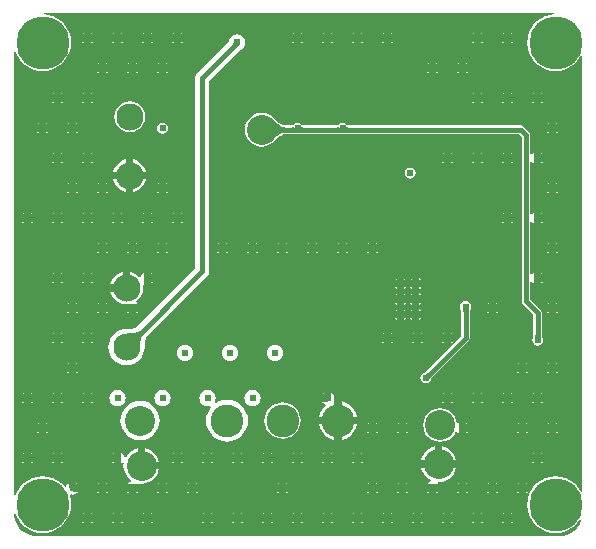
<source format=gbl>
G04*
G04 #@! TF.GenerationSoftware,Altium Limited,Altium Designer,21.0.8 (223)*
G04*
G04 Layer_Physical_Order=4*
G04 Layer_Color=16711680*
%FSLAX25Y25*%
%MOIN*%
G70*
G04*
G04 #@! TF.SameCoordinates,41B75142-9F01-4ECD-9844-6F65DEB25311*
G04*
G04*
G04 #@! TF.FilePolarity,Positive*
G04*
G01*
G75*
%ADD31C,0.02480*%
%ADD41C,0.01500*%
%ADD44C,0.10000*%
%ADD45C,0.09055*%
%ADD46C,0.17717*%
%ADD47C,0.10925*%
%ADD48C,0.02400*%
G36*
X182962Y176451D02*
X181646Y176321D01*
X179863Y175781D01*
X178220Y174902D01*
X176780Y173720D01*
X175598Y172280D01*
X174719Y170637D01*
X174179Y168854D01*
X173996Y167000D01*
X174179Y165146D01*
X174719Y163363D01*
X175598Y161720D01*
X176780Y160280D01*
X178220Y159098D01*
X179863Y158219D01*
X181646Y157679D01*
X183500Y157496D01*
X185354Y157679D01*
X187137Y158219D01*
X188780Y159098D01*
X190220Y160280D01*
X191402Y161720D01*
X191951Y162747D01*
X192451Y162621D01*
Y17379D01*
X191951Y17254D01*
X191402Y18280D01*
X190220Y19720D01*
X188780Y20902D01*
X187137Y21781D01*
X185354Y22321D01*
X183500Y22504D01*
X181646Y22321D01*
X179863Y21781D01*
X178220Y20902D01*
X176780Y19720D01*
X175598Y18280D01*
X174719Y16637D01*
X174179Y14854D01*
X173996Y13000D01*
X174179Y11146D01*
X174719Y9363D01*
X175598Y7720D01*
X176780Y6280D01*
X178220Y5098D01*
X179863Y4219D01*
X181646Y3679D01*
X183500Y3496D01*
X185354Y3679D01*
X187137Y4219D01*
X188780Y5098D01*
X190220Y6280D01*
X191402Y7720D01*
X191618Y8123D01*
X192126Y8013D01*
X192142Y7771D01*
X191603Y6471D01*
X190788Y5250D01*
X189750Y4212D01*
X188529Y3397D01*
X187173Y2835D01*
X185734Y2549D01*
X9766D01*
X8327Y2835D01*
X6971Y3397D01*
X5750Y4212D01*
X4712Y5250D01*
X3897Y6471D01*
X3335Y7827D01*
X3049Y9266D01*
Y9851D01*
X3549Y9925D01*
X3719Y9363D01*
X4598Y7720D01*
X5780Y6280D01*
X7220Y5098D01*
X8863Y4219D01*
X10646Y3679D01*
X12500Y3496D01*
X14354Y3679D01*
X16137Y4219D01*
X17780Y5098D01*
X19220Y6280D01*
X20402Y7720D01*
X21281Y9363D01*
X21821Y11146D01*
X22004Y13000D01*
X21821Y14854D01*
X21480Y15980D01*
X21881Y16380D01*
X22500Y16257D01*
X23358Y16428D01*
X24086Y16914D01*
X24311Y17250D01*
X22500D01*
Y18500D01*
X21250D01*
Y20311D01*
X20914Y20086D01*
X20428Y19358D01*
X20376Y19100D01*
X19840Y18966D01*
X19220Y19720D01*
X17780Y20902D01*
X16137Y21781D01*
X14354Y22321D01*
X12500Y22504D01*
X10646Y22321D01*
X8863Y21781D01*
X7220Y20902D01*
X5780Y19720D01*
X4598Y18280D01*
X3719Y16637D01*
X3549Y16075D01*
X3049Y16149D01*
Y163851D01*
X3549Y163925D01*
X3719Y163363D01*
X4598Y161720D01*
X5780Y160280D01*
X7220Y159098D01*
X8863Y158219D01*
X10646Y157679D01*
X12500Y157496D01*
X14354Y157679D01*
X16137Y158219D01*
X17780Y159098D01*
X19220Y160280D01*
X20402Y161720D01*
X21281Y163363D01*
X21821Y165146D01*
X22004Y167000D01*
X21821Y168854D01*
X21281Y170637D01*
X20402Y172280D01*
X19220Y173720D01*
X17780Y174902D01*
X16137Y175781D01*
X14354Y176321D01*
X13038Y176451D01*
X13062Y176951D01*
X182938D01*
X182962Y176451D01*
D02*
G37*
%LPC*%
G36*
X168750Y170311D02*
Y169750D01*
X169311D01*
X169086Y170086D01*
X168750Y170311D01*
D02*
G37*
G36*
X166250D02*
X165914Y170086D01*
X165689Y169750D01*
X166250D01*
Y170311D01*
D02*
G37*
G36*
X158750D02*
Y169750D01*
X159311D01*
X159086Y170086D01*
X158750Y170311D01*
D02*
G37*
G36*
X156250D02*
X155914Y170086D01*
X155689Y169750D01*
X156250D01*
Y170311D01*
D02*
G37*
G36*
X128750D02*
Y169750D01*
X129311D01*
X129086Y170086D01*
X128750Y170311D01*
D02*
G37*
G36*
X126250D02*
X125914Y170086D01*
X125689Y169750D01*
X126250D01*
Y170311D01*
D02*
G37*
G36*
X118750D02*
Y169750D01*
X119311D01*
X119086Y170086D01*
X118750Y170311D01*
D02*
G37*
G36*
X116250D02*
X115914Y170086D01*
X115689Y169750D01*
X116250D01*
Y170311D01*
D02*
G37*
G36*
X108750D02*
Y169750D01*
X109311D01*
X109086Y170086D01*
X108750Y170311D01*
D02*
G37*
G36*
X106250D02*
X105914Y170086D01*
X105689Y169750D01*
X106250D01*
Y170311D01*
D02*
G37*
G36*
X98750D02*
Y169750D01*
X99311D01*
X99086Y170086D01*
X98750Y170311D01*
D02*
G37*
G36*
X96250D02*
X95914Y170086D01*
X95689Y169750D01*
X96250D01*
Y170311D01*
D02*
G37*
G36*
X58750D02*
Y169750D01*
X59311D01*
X59086Y170086D01*
X58750Y170311D01*
D02*
G37*
G36*
X56250D02*
X55914Y170086D01*
X55689Y169750D01*
X56250D01*
Y170311D01*
D02*
G37*
G36*
X48750D02*
Y169750D01*
X49311D01*
X49086Y170086D01*
X48750Y170311D01*
D02*
G37*
G36*
X46250D02*
X45914Y170086D01*
X45689Y169750D01*
X46250D01*
Y170311D01*
D02*
G37*
G36*
X38750D02*
Y169750D01*
X39311D01*
X39086Y170086D01*
X38750Y170311D01*
D02*
G37*
G36*
X36250D02*
X35914Y170086D01*
X35689Y169750D01*
X36250D01*
Y170311D01*
D02*
G37*
G36*
X28750D02*
Y169750D01*
X29311D01*
X29086Y170086D01*
X28750Y170311D01*
D02*
G37*
G36*
X26250D02*
X25914Y170086D01*
X25689Y169750D01*
X26250D01*
Y170311D01*
D02*
G37*
G36*
X169311Y167250D02*
X168750D01*
Y166689D01*
X169086Y166914D01*
X169311Y167250D01*
D02*
G37*
G36*
X166250D02*
X165689D01*
X165914Y166914D01*
X166250Y166689D01*
Y167250D01*
D02*
G37*
G36*
X159311D02*
X158750D01*
Y166689D01*
X159086Y166914D01*
X159311Y167250D01*
D02*
G37*
G36*
X156250D02*
X155689D01*
X155914Y166914D01*
X156250Y166689D01*
Y167250D01*
D02*
G37*
G36*
X129311D02*
X128750D01*
Y166689D01*
X129086Y166914D01*
X129311Y167250D01*
D02*
G37*
G36*
X126250D02*
X125689D01*
X125914Y166914D01*
X126250Y166689D01*
Y167250D01*
D02*
G37*
G36*
X119311D02*
X118750D01*
Y166689D01*
X119086Y166914D01*
X119311Y167250D01*
D02*
G37*
G36*
X116250D02*
X115689D01*
X115914Y166914D01*
X116250Y166689D01*
Y167250D01*
D02*
G37*
G36*
X109311D02*
X108750D01*
Y166689D01*
X109086Y166914D01*
X109311Y167250D01*
D02*
G37*
G36*
X106250D02*
X105689D01*
X105914Y166914D01*
X106250Y166689D01*
Y167250D01*
D02*
G37*
G36*
X99311D02*
X98750D01*
Y166689D01*
X99086Y166914D01*
X99311Y167250D01*
D02*
G37*
G36*
X96250D02*
X95689D01*
X95914Y166914D01*
X96250Y166689D01*
Y167250D01*
D02*
G37*
G36*
X59311D02*
X58750D01*
Y166689D01*
X59086Y166914D01*
X59311Y167250D01*
D02*
G37*
G36*
X56250D02*
X55689D01*
X55914Y166914D01*
X56250Y166689D01*
Y167250D01*
D02*
G37*
G36*
X49311D02*
X48750D01*
Y166689D01*
X49086Y166914D01*
X49311Y167250D01*
D02*
G37*
G36*
X46250D02*
X45689D01*
X45914Y166914D01*
X46250Y166689D01*
Y167250D01*
D02*
G37*
G36*
X39311D02*
X38750D01*
Y166689D01*
X39086Y166914D01*
X39311Y167250D01*
D02*
G37*
G36*
X36250D02*
X35689D01*
X35914Y166914D01*
X36250Y166689D01*
Y167250D01*
D02*
G37*
G36*
X29311D02*
X28750D01*
Y166689D01*
X29086Y166914D01*
X29311Y167250D01*
D02*
G37*
G36*
X26250D02*
X25689D01*
X25914Y166914D01*
X26250Y166689D01*
Y167250D01*
D02*
G37*
G36*
X153750Y160311D02*
Y159750D01*
X154311D01*
X154086Y160086D01*
X153750Y160311D01*
D02*
G37*
G36*
X151250D02*
X150914Y160086D01*
X150689Y159750D01*
X151250D01*
Y160311D01*
D02*
G37*
G36*
X143750D02*
Y159750D01*
X144311D01*
X144086Y160086D01*
X143750Y160311D01*
D02*
G37*
G36*
X141250D02*
X140914Y160086D01*
X140689Y159750D01*
X141250D01*
Y160311D01*
D02*
G37*
G36*
X53750D02*
Y159750D01*
X54311D01*
X54086Y160086D01*
X53750Y160311D01*
D02*
G37*
G36*
X51250D02*
X50914Y160086D01*
X50689Y159750D01*
X51250D01*
Y160311D01*
D02*
G37*
G36*
X43750D02*
Y159750D01*
X44311D01*
X44086Y160086D01*
X43750Y160311D01*
D02*
G37*
G36*
X41250D02*
X40914Y160086D01*
X40689Y159750D01*
X41250D01*
Y160311D01*
D02*
G37*
G36*
X33750D02*
Y159750D01*
X34311D01*
X34086Y160086D01*
X33750Y160311D01*
D02*
G37*
G36*
X31250D02*
X30914Y160086D01*
X30689Y159750D01*
X31250D01*
Y160311D01*
D02*
G37*
G36*
X154311Y157250D02*
X153750D01*
Y156689D01*
X154086Y156914D01*
X154311Y157250D01*
D02*
G37*
G36*
X151250D02*
X150689D01*
X150914Y156914D01*
X151250Y156689D01*
Y157250D01*
D02*
G37*
G36*
X144311D02*
X143750D01*
Y156689D01*
X144086Y156914D01*
X144311Y157250D01*
D02*
G37*
G36*
X141250D02*
X140689D01*
X140914Y156914D01*
X141250Y156689D01*
Y157250D01*
D02*
G37*
G36*
X54311D02*
X53750D01*
Y156689D01*
X54086Y156914D01*
X54311Y157250D01*
D02*
G37*
G36*
X51250D02*
X50689D01*
X50914Y156914D01*
X51250Y156689D01*
Y157250D01*
D02*
G37*
G36*
X44311D02*
X43750D01*
Y156689D01*
X44086Y156914D01*
X44311Y157250D01*
D02*
G37*
G36*
X41250D02*
X40689D01*
X40914Y156914D01*
X41250Y156689D01*
Y157250D01*
D02*
G37*
G36*
X34311D02*
X33750D01*
Y156689D01*
X34086Y156914D01*
X34311Y157250D01*
D02*
G37*
G36*
X31250D02*
X30689D01*
X30914Y156914D01*
X31250Y156689D01*
Y157250D01*
D02*
G37*
G36*
X178750Y150311D02*
Y149750D01*
X179311D01*
X179086Y150086D01*
X178750Y150311D01*
D02*
G37*
G36*
X176250D02*
X175914Y150086D01*
X175689Y149750D01*
X176250D01*
Y150311D01*
D02*
G37*
G36*
X168750D02*
Y149750D01*
X169311D01*
X169086Y150086D01*
X168750Y150311D01*
D02*
G37*
G36*
X166250D02*
X165914Y150086D01*
X165689Y149750D01*
X166250D01*
Y150311D01*
D02*
G37*
G36*
X158750D02*
Y149750D01*
X159311D01*
X159086Y150086D01*
X158750Y150311D01*
D02*
G37*
G36*
X156250D02*
X155914Y150086D01*
X155689Y149750D01*
X156250D01*
Y150311D01*
D02*
G37*
G36*
X28750D02*
Y149750D01*
X29311D01*
X29086Y150086D01*
X28750Y150311D01*
D02*
G37*
G36*
X26250D02*
X25914Y150086D01*
X25689Y149750D01*
X26250D01*
Y150311D01*
D02*
G37*
G36*
X18750D02*
Y149750D01*
X19311D01*
X19086Y150086D01*
X18750Y150311D01*
D02*
G37*
G36*
X16250D02*
X15914Y150086D01*
X15689Y149750D01*
X16250D01*
Y150311D01*
D02*
G37*
G36*
X179311Y147250D02*
X178750D01*
Y146689D01*
X179086Y146914D01*
X179311Y147250D01*
D02*
G37*
G36*
X176250D02*
X175689D01*
X175914Y146914D01*
X176250Y146689D01*
Y147250D01*
D02*
G37*
G36*
X169311D02*
X168750D01*
Y146689D01*
X169086Y146914D01*
X169311Y147250D01*
D02*
G37*
G36*
X166250D02*
X165689D01*
X165914Y146914D01*
X166250Y146689D01*
Y147250D01*
D02*
G37*
G36*
X159311D02*
X158750D01*
Y146689D01*
X159086Y146914D01*
X159311Y147250D01*
D02*
G37*
G36*
X156250D02*
X155689D01*
X155914Y146914D01*
X156250Y146689D01*
Y147250D01*
D02*
G37*
G36*
X29311D02*
X28750D01*
Y146689D01*
X29086Y146914D01*
X29311Y147250D01*
D02*
G37*
G36*
X26250D02*
X25689D01*
X25914Y146914D01*
X26250Y146689D01*
Y147250D01*
D02*
G37*
G36*
X19311D02*
X18750D01*
Y146689D01*
X19086Y146914D01*
X19311Y147250D01*
D02*
G37*
G36*
X16250D02*
X15689D01*
X15914Y146914D01*
X16250Y146689D01*
Y147250D01*
D02*
G37*
G36*
X183750Y140311D02*
Y139750D01*
X184311D01*
X184086Y140086D01*
X183750Y140311D01*
D02*
G37*
G36*
X181250D02*
X180914Y140086D01*
X180689Y139750D01*
X181250D01*
Y140311D01*
D02*
G37*
G36*
X23750D02*
Y139750D01*
X24311D01*
X24086Y140086D01*
X23750Y140311D01*
D02*
G37*
G36*
X21250D02*
X20914Y140086D01*
X20689Y139750D01*
X21250D01*
Y140311D01*
D02*
G37*
G36*
X13750D02*
Y139750D01*
X14311D01*
X14086Y140086D01*
X13750Y140311D01*
D02*
G37*
G36*
X11250D02*
X10914Y140086D01*
X10689Y139750D01*
X11250D01*
Y140311D01*
D02*
G37*
G36*
X41500Y147514D02*
X40161Y147338D01*
X38914Y146821D01*
X37843Y146000D01*
X37021Y144928D01*
X36504Y143681D01*
X36328Y142342D01*
X36504Y141004D01*
X37021Y139757D01*
X37843Y138686D01*
X38914Y137864D01*
X40161Y137347D01*
X41500Y137171D01*
X42839Y137347D01*
X44086Y137864D01*
X45157Y138686D01*
X45979Y139757D01*
X46496Y141004D01*
X46672Y142342D01*
X46496Y143681D01*
X45979Y144928D01*
X45157Y146000D01*
X44086Y146821D01*
X42839Y147338D01*
X41500Y147514D01*
D02*
G37*
G36*
X184311Y137250D02*
X183750D01*
Y136689D01*
X184086Y136914D01*
X184311Y137250D01*
D02*
G37*
G36*
X181250D02*
X180689D01*
X180914Y136914D01*
X181250Y136689D01*
Y137250D01*
D02*
G37*
G36*
X24311D02*
X23750D01*
Y136689D01*
X24086Y136914D01*
X24311Y137250D01*
D02*
G37*
G36*
X21250D02*
X20689D01*
X20914Y136914D01*
X21250Y136689D01*
Y137250D01*
D02*
G37*
G36*
X14311D02*
X13750D01*
Y136689D01*
X14086Y136914D01*
X14311Y137250D01*
D02*
G37*
G36*
X11250D02*
X10689D01*
X10914Y136914D01*
X11250Y136689D01*
Y137250D01*
D02*
G37*
G36*
X52500Y140335D02*
X51798Y140196D01*
X51202Y139798D01*
X50804Y139202D01*
X50665Y138500D01*
X50804Y137798D01*
X51202Y137202D01*
X51798Y136804D01*
X52500Y136665D01*
X53202Y136804D01*
X53798Y137202D01*
X54196Y137798D01*
X54335Y138500D01*
X54196Y139202D01*
X53798Y139798D01*
X53202Y140196D01*
X52500Y140335D01*
D02*
G37*
G36*
X178750Y130311D02*
Y129750D01*
X179311D01*
X179086Y130086D01*
X178750Y130311D01*
D02*
G37*
G36*
X168750D02*
Y129750D01*
X169311D01*
X169086Y130086D01*
X168750Y130311D01*
D02*
G37*
G36*
X166250D02*
X165914Y130086D01*
X165689Y129750D01*
X166250D01*
Y130311D01*
D02*
G37*
G36*
X158750D02*
Y129750D01*
X159311D01*
X159086Y130086D01*
X158750Y130311D01*
D02*
G37*
G36*
X156250D02*
X155914Y130086D01*
X155689Y129750D01*
X156250D01*
Y130311D01*
D02*
G37*
G36*
X148750D02*
Y129750D01*
X149311D01*
X149086Y130086D01*
X148750Y130311D01*
D02*
G37*
G36*
X146250D02*
X145914Y130086D01*
X145689Y129750D01*
X146250D01*
Y130311D01*
D02*
G37*
G36*
X28750D02*
Y129750D01*
X29311D01*
X29086Y130086D01*
X28750Y130311D01*
D02*
G37*
G36*
X26250D02*
X25914Y130086D01*
X25689Y129750D01*
X26250D01*
Y130311D01*
D02*
G37*
G36*
X18750D02*
Y129750D01*
X19311D01*
X19086Y130086D01*
X18750Y130311D01*
D02*
G37*
G36*
X16250D02*
X15914Y130086D01*
X15689Y129750D01*
X16250D01*
Y130311D01*
D02*
G37*
G36*
X179311Y127250D02*
X178750D01*
Y126689D01*
X179086Y126914D01*
X179311Y127250D01*
D02*
G37*
G36*
X85500Y143648D02*
X84038Y143456D01*
X82676Y142892D01*
X81506Y141994D01*
X80608Y140824D01*
X80044Y139462D01*
X79852Y138000D01*
X80044Y136538D01*
X80608Y135176D01*
X81506Y134006D01*
X82676Y133108D01*
X84038Y132544D01*
X85500Y132352D01*
X86962Y132544D01*
X88324Y133108D01*
X89494Y134006D01*
X89515Y134033D01*
X89527Y134038D01*
X90043Y134548D01*
X91009Y135400D01*
X91444Y135732D01*
X91857Y136012D01*
X92241Y136234D01*
X92594Y136401D01*
X92913Y136515D01*
X93195Y136579D01*
X93495Y136603D01*
X93536Y136624D01*
X95662D01*
X95725Y136601D01*
X95738Y136608D01*
X95752Y136604D01*
X95957Y136624D01*
X99043D01*
X99248Y136604D01*
X99262Y136608D01*
X99275Y136601D01*
X99338Y136624D01*
X110662D01*
X110725Y136601D01*
X110738Y136608D01*
X110752Y136604D01*
X110957Y136624D01*
X114043D01*
X114248Y136604D01*
X114262Y136608D01*
X114275Y136601D01*
X114338Y136624D01*
X171430D01*
X172374Y135680D01*
Y80750D01*
X172478Y80223D01*
X172777Y79777D01*
X176136Y76418D01*
Y69552D01*
X176113Y69500D01*
X176105Y69147D01*
X176093Y68999D01*
X176088Y68960D01*
X176085Y68943D01*
X176080Y68927D01*
X175816Y68531D01*
X175677Y67829D01*
X175816Y67127D01*
X176214Y66531D01*
X176810Y66133D01*
X177512Y65994D01*
X178214Y66133D01*
X178810Y66531D01*
X179208Y67127D01*
X179347Y67829D01*
X179208Y68531D01*
X178944Y68927D01*
X178940Y68940D01*
X178912Y69372D01*
X178911Y69490D01*
X178888Y69545D01*
Y76988D01*
X178888Y76988D01*
X178784Y77515D01*
X178485Y77961D01*
X178485Y77961D01*
X175126Y81320D01*
Y87192D01*
X175626Y87344D01*
X175914Y86914D01*
X176250Y86689D01*
Y88500D01*
Y90311D01*
X175914Y90086D01*
X175626Y89656D01*
X175126Y89808D01*
Y107192D01*
X175626Y107344D01*
X175914Y106914D01*
X176250Y106689D01*
Y108500D01*
Y110311D01*
X175914Y110086D01*
X175626Y109656D01*
X175126Y109808D01*
Y127192D01*
X175626Y127344D01*
X175914Y126914D01*
X176250Y126689D01*
Y128500D01*
Y130311D01*
X175914Y130086D01*
X175626Y129656D01*
X175126Y129808D01*
Y136250D01*
X175022Y136777D01*
X174723Y137223D01*
X174723Y137223D01*
X172973Y138973D01*
X172527Y139272D01*
X172000Y139376D01*
X114475D01*
X114429Y139399D01*
X114415Y139393D01*
X114401Y139399D01*
X114280Y139401D01*
X114082Y139411D01*
X114054Y139415D01*
X113798Y139798D01*
X113202Y140196D01*
X112500Y140335D01*
X111798Y140196D01*
X111202Y139798D01*
X110948Y139418D01*
X110715Y139401D01*
X110599Y139399D01*
X110585Y139393D01*
X110571Y139399D01*
X110525Y139376D01*
X99475D01*
X99430Y139399D01*
X99415Y139393D01*
X99401Y139399D01*
X99280Y139401D01*
X99082Y139411D01*
X99054Y139415D01*
X98798Y139798D01*
X98202Y140196D01*
X97500Y140335D01*
X96798Y140196D01*
X96202Y139798D01*
X95948Y139418D01*
X95714Y139401D01*
X95599Y139399D01*
X95585Y139393D01*
X95570Y139399D01*
X95525Y139376D01*
X93536D01*
X93495Y139397D01*
X93195Y139421D01*
X92913Y139485D01*
X92594Y139599D01*
X92241Y139765D01*
X91857Y139988D01*
X91444Y140267D01*
X91009Y140600D01*
X90043Y141452D01*
X89527Y141962D01*
X89515Y141967D01*
X89494Y141994D01*
X88324Y142892D01*
X86962Y143456D01*
X85500Y143648D01*
D02*
G37*
G36*
X169311Y127250D02*
X168750D01*
Y126689D01*
X169086Y126914D01*
X169311Y127250D01*
D02*
G37*
G36*
X166250D02*
X165689D01*
X165914Y126914D01*
X166250Y126689D01*
Y127250D01*
D02*
G37*
G36*
X159311D02*
X158750D01*
Y126689D01*
X159086Y126914D01*
X159311Y127250D01*
D02*
G37*
G36*
X156250D02*
X155689D01*
X155914Y126914D01*
X156250Y126689D01*
Y127250D01*
D02*
G37*
G36*
X149311D02*
X148750D01*
Y126689D01*
X149086Y126914D01*
X149311Y127250D01*
D02*
G37*
G36*
X146250D02*
X145689D01*
X145914Y126914D01*
X146250Y126689D01*
Y127250D01*
D02*
G37*
G36*
X29311D02*
X28750D01*
Y126689D01*
X29086Y126914D01*
X29311Y127250D01*
D02*
G37*
G36*
X26250D02*
X25689D01*
X25914Y126914D01*
X26250Y126689D01*
Y127250D01*
D02*
G37*
G36*
X19311D02*
X18750D01*
Y126689D01*
X19086Y126914D01*
X19311Y127250D01*
D02*
G37*
G36*
X16250D02*
X15689D01*
X15914Y126914D01*
X16250Y126689D01*
Y127250D01*
D02*
G37*
G36*
X42750Y128068D02*
Y123907D01*
X46911D01*
X46885Y124100D01*
X46328Y125445D01*
X45442Y126600D01*
X44288Y127486D01*
X42943Y128043D01*
X42750Y128068D01*
D02*
G37*
G36*
X40250D02*
X40057Y128043D01*
X38712Y127486D01*
X37558Y126600D01*
X36672Y125445D01*
X36115Y124100D01*
X36089Y123907D01*
X40250D01*
Y128068D01*
D02*
G37*
G36*
X135000Y125335D02*
X134298Y125196D01*
X133702Y124798D01*
X133304Y124202D01*
X133165Y123500D01*
X133304Y122798D01*
X133702Y122202D01*
X134298Y121804D01*
X135000Y121665D01*
X135702Y121804D01*
X136298Y122202D01*
X136696Y122798D01*
X136835Y123500D01*
X136696Y124202D01*
X136298Y124798D01*
X135702Y125196D01*
X135000Y125335D01*
D02*
G37*
G36*
X183750Y120311D02*
Y119750D01*
X184311D01*
X184086Y120086D01*
X183750Y120311D01*
D02*
G37*
G36*
X181250D02*
X180914Y120086D01*
X180689Y119750D01*
X181250D01*
Y120311D01*
D02*
G37*
G36*
X53750D02*
Y119750D01*
X54311D01*
X54086Y120086D01*
X53750Y120311D01*
D02*
G37*
G36*
X51250D02*
X50914Y120086D01*
X50689Y119750D01*
X51250D01*
Y120311D01*
D02*
G37*
G36*
X33750D02*
Y119750D01*
X34311D01*
X34086Y120086D01*
X33750Y120311D01*
D02*
G37*
G36*
X31250D02*
X30914Y120086D01*
X30689Y119750D01*
X31250D01*
Y120311D01*
D02*
G37*
G36*
X23750D02*
Y119750D01*
X24311D01*
X24086Y120086D01*
X23750Y120311D01*
D02*
G37*
G36*
X21250D02*
X20914Y120086D01*
X20689Y119750D01*
X21250D01*
Y120311D01*
D02*
G37*
G36*
X46911Y121407D02*
X42750D01*
Y117247D01*
X42943Y117272D01*
X44288Y117829D01*
X45442Y118715D01*
X46328Y119870D01*
X46885Y121214D01*
X46911Y121407D01*
D02*
G37*
G36*
X40250D02*
X36089D01*
X36115Y121214D01*
X36672Y119870D01*
X37558Y118715D01*
X38712Y117829D01*
X40057Y117272D01*
X40250Y117247D01*
Y121407D01*
D02*
G37*
G36*
X184311Y117250D02*
X183750D01*
Y116689D01*
X184086Y116914D01*
X184311Y117250D01*
D02*
G37*
G36*
X181250D02*
X180689D01*
X180914Y116914D01*
X181250Y116689D01*
Y117250D01*
D02*
G37*
G36*
X54311D02*
X53750D01*
Y116689D01*
X54086Y116914D01*
X54311Y117250D01*
D02*
G37*
G36*
X51250D02*
X50689D01*
X50914Y116914D01*
X51250Y116689D01*
Y117250D01*
D02*
G37*
G36*
X34311D02*
X33750D01*
Y116689D01*
X34086Y116914D01*
X34311Y117250D01*
D02*
G37*
G36*
X31250D02*
X30689D01*
X30914Y116914D01*
X31250Y116689D01*
Y117250D01*
D02*
G37*
G36*
X24311D02*
X23750D01*
Y116689D01*
X24086Y116914D01*
X24311Y117250D01*
D02*
G37*
G36*
X21250D02*
X20689D01*
X20914Y116914D01*
X21250Y116689D01*
Y117250D01*
D02*
G37*
G36*
X178750Y110311D02*
Y109750D01*
X179311D01*
X179086Y110086D01*
X178750Y110311D01*
D02*
G37*
G36*
X168750D02*
Y109750D01*
X169311D01*
X169086Y110086D01*
X168750Y110311D01*
D02*
G37*
G36*
X166250D02*
X165914Y110086D01*
X165689Y109750D01*
X166250D01*
Y110311D01*
D02*
G37*
G36*
X58750D02*
Y109750D01*
X59311D01*
X59086Y110086D01*
X58750Y110311D01*
D02*
G37*
G36*
X56250D02*
X55914Y110086D01*
X55689Y109750D01*
X56250D01*
Y110311D01*
D02*
G37*
G36*
X48750D02*
Y109750D01*
X49311D01*
X49086Y110086D01*
X48750Y110311D01*
D02*
G37*
G36*
X46250D02*
X45914Y110086D01*
X45689Y109750D01*
X46250D01*
Y110311D01*
D02*
G37*
G36*
X38750D02*
Y109750D01*
X39311D01*
X39086Y110086D01*
X38750Y110311D01*
D02*
G37*
G36*
X36250D02*
X35914Y110086D01*
X35689Y109750D01*
X36250D01*
Y110311D01*
D02*
G37*
G36*
X28750D02*
Y109750D01*
X29311D01*
X29086Y110086D01*
X28750Y110311D01*
D02*
G37*
G36*
X26250D02*
X25914Y110086D01*
X25689Y109750D01*
X26250D01*
Y110311D01*
D02*
G37*
G36*
X18750D02*
Y109750D01*
X19311D01*
X19086Y110086D01*
X18750Y110311D01*
D02*
G37*
G36*
X16250D02*
X15914Y110086D01*
X15689Y109750D01*
X16250D01*
Y110311D01*
D02*
G37*
G36*
X8750D02*
Y109750D01*
X9311D01*
X9086Y110086D01*
X8750Y110311D01*
D02*
G37*
G36*
X6250D02*
X5914Y110086D01*
X5689Y109750D01*
X6250D01*
Y110311D01*
D02*
G37*
G36*
X179311Y107250D02*
X178750D01*
Y106689D01*
X179086Y106914D01*
X179311Y107250D01*
D02*
G37*
G36*
X169311D02*
X168750D01*
Y106689D01*
X169086Y106914D01*
X169311Y107250D01*
D02*
G37*
G36*
X166250D02*
X165689D01*
X165914Y106914D01*
X166250Y106689D01*
Y107250D01*
D02*
G37*
G36*
X59311D02*
X58750D01*
Y106689D01*
X59086Y106914D01*
X59311Y107250D01*
D02*
G37*
G36*
X56250D02*
X55689D01*
X55914Y106914D01*
X56250Y106689D01*
Y107250D01*
D02*
G37*
G36*
X49311D02*
X48750D01*
Y106689D01*
X49086Y106914D01*
X49311Y107250D01*
D02*
G37*
G36*
X46250D02*
X45689D01*
X45914Y106914D01*
X46250Y106689D01*
Y107250D01*
D02*
G37*
G36*
X39311D02*
X38750D01*
Y106689D01*
X39086Y106914D01*
X39311Y107250D01*
D02*
G37*
G36*
X36250D02*
X35689D01*
X35914Y106914D01*
X36250Y106689D01*
Y107250D01*
D02*
G37*
G36*
X29311D02*
X28750D01*
Y106689D01*
X29086Y106914D01*
X29311Y107250D01*
D02*
G37*
G36*
X26250D02*
X25689D01*
X25914Y106914D01*
X26250Y106689D01*
Y107250D01*
D02*
G37*
G36*
X19311D02*
X18750D01*
Y106689D01*
X19086Y106914D01*
X19311Y107250D01*
D02*
G37*
G36*
X16250D02*
X15689D01*
X15914Y106914D01*
X16250Y106689D01*
Y107250D01*
D02*
G37*
G36*
X9311D02*
X8750D01*
Y106689D01*
X9086Y106914D01*
X9311Y107250D01*
D02*
G37*
G36*
X6250D02*
X5689D01*
X5914Y106914D01*
X6250Y106689D01*
Y107250D01*
D02*
G37*
G36*
X183750Y100311D02*
Y99750D01*
X184311D01*
X184086Y100086D01*
X183750Y100311D01*
D02*
G37*
G36*
X181250D02*
X180914Y100086D01*
X180689Y99750D01*
X181250D01*
Y100311D01*
D02*
G37*
G36*
X123750D02*
Y99750D01*
X124311D01*
X124086Y100086D01*
X123750Y100311D01*
D02*
G37*
G36*
X121250D02*
X120914Y100086D01*
X120689Y99750D01*
X121250D01*
Y100311D01*
D02*
G37*
G36*
X113750D02*
Y99750D01*
X114311D01*
X114086Y100086D01*
X113750Y100311D01*
D02*
G37*
G36*
X111250D02*
X110914Y100086D01*
X110689Y99750D01*
X111250D01*
Y100311D01*
D02*
G37*
G36*
X103750D02*
Y99750D01*
X104311D01*
X104086Y100086D01*
X103750Y100311D01*
D02*
G37*
G36*
X101250D02*
X100914Y100086D01*
X100689Y99750D01*
X101250D01*
Y100311D01*
D02*
G37*
G36*
X93750D02*
Y99750D01*
X94311D01*
X94086Y100086D01*
X93750Y100311D01*
D02*
G37*
G36*
X91250D02*
X90914Y100086D01*
X90689Y99750D01*
X91250D01*
Y100311D01*
D02*
G37*
G36*
X83750D02*
Y99750D01*
X84311D01*
X84086Y100086D01*
X83750Y100311D01*
D02*
G37*
G36*
X81250D02*
X80914Y100086D01*
X80689Y99750D01*
X81250D01*
Y100311D01*
D02*
G37*
G36*
X73750D02*
Y99750D01*
X74311D01*
X74086Y100086D01*
X73750Y100311D01*
D02*
G37*
G36*
X71250D02*
X70914Y100086D01*
X70689Y99750D01*
X71250D01*
Y100311D01*
D02*
G37*
G36*
X53750D02*
Y99750D01*
X54311D01*
X54086Y100086D01*
X53750Y100311D01*
D02*
G37*
G36*
X51250D02*
X50914Y100086D01*
X50689Y99750D01*
X51250D01*
Y100311D01*
D02*
G37*
G36*
X43750D02*
Y99750D01*
X44311D01*
X44086Y100086D01*
X43750Y100311D01*
D02*
G37*
G36*
X41250D02*
X40914Y100086D01*
X40689Y99750D01*
X41250D01*
Y100311D01*
D02*
G37*
G36*
X33750D02*
Y99750D01*
X34311D01*
X34086Y100086D01*
X33750Y100311D01*
D02*
G37*
G36*
X31250D02*
X30914Y100086D01*
X30689Y99750D01*
X31250D01*
Y100311D01*
D02*
G37*
G36*
X184311Y97250D02*
X183750D01*
Y96689D01*
X184086Y96914D01*
X184311Y97250D01*
D02*
G37*
G36*
X181250D02*
X180689D01*
X180914Y96914D01*
X181250Y96689D01*
Y97250D01*
D02*
G37*
G36*
X124311D02*
X123750D01*
Y96689D01*
X124086Y96914D01*
X124311Y97250D01*
D02*
G37*
G36*
X121250D02*
X120689D01*
X120914Y96914D01*
X121250Y96689D01*
Y97250D01*
D02*
G37*
G36*
X114311D02*
X113750D01*
Y96689D01*
X114086Y96914D01*
X114311Y97250D01*
D02*
G37*
G36*
X111250D02*
X110689D01*
X110914Y96914D01*
X111250Y96689D01*
Y97250D01*
D02*
G37*
G36*
X104311D02*
X103750D01*
Y96689D01*
X104086Y96914D01*
X104311Y97250D01*
D02*
G37*
G36*
X101250D02*
X100689D01*
X100914Y96914D01*
X101250Y96689D01*
Y97250D01*
D02*
G37*
G36*
X94311D02*
X93750D01*
Y96689D01*
X94086Y96914D01*
X94311Y97250D01*
D02*
G37*
G36*
X91250D02*
X90689D01*
X90914Y96914D01*
X91250Y96689D01*
Y97250D01*
D02*
G37*
G36*
X84311D02*
X83750D01*
Y96689D01*
X84086Y96914D01*
X84311Y97250D01*
D02*
G37*
G36*
X81250D02*
X80689D01*
X80914Y96914D01*
X81250Y96689D01*
Y97250D01*
D02*
G37*
G36*
X74311D02*
X73750D01*
Y96689D01*
X74086Y96914D01*
X74311Y97250D01*
D02*
G37*
G36*
X71250D02*
X70689D01*
X70914Y96914D01*
X71250Y96689D01*
Y97250D01*
D02*
G37*
G36*
X54311D02*
X53750D01*
Y96689D01*
X54086Y96914D01*
X54311Y97250D01*
D02*
G37*
G36*
X51250D02*
X50689D01*
X50914Y96914D01*
X51250Y96689D01*
Y97250D01*
D02*
G37*
G36*
X44311D02*
X43750D01*
Y96689D01*
X44086Y96914D01*
X44311Y97250D01*
D02*
G37*
G36*
X41250D02*
X40689D01*
X40914Y96914D01*
X41250Y96689D01*
Y97250D01*
D02*
G37*
G36*
X34311D02*
X33750D01*
Y96689D01*
X34086Y96914D01*
X34311Y97250D01*
D02*
G37*
G36*
X31250D02*
X30689D01*
X30914Y96914D01*
X31250Y96689D01*
Y97250D01*
D02*
G37*
G36*
X178750Y90311D02*
Y89750D01*
X179311D01*
X179086Y90086D01*
X178750Y90311D01*
D02*
G37*
G36*
X48750D02*
Y89750D01*
X49311D01*
X49086Y90086D01*
X48750Y90311D01*
D02*
G37*
G36*
X28750D02*
Y89750D01*
X29311D01*
X29086Y90086D01*
X28750Y90311D01*
D02*
G37*
G36*
X26250D02*
X25914Y90086D01*
X25689Y89750D01*
X26250D01*
Y90311D01*
D02*
G37*
G36*
X18750D02*
Y89750D01*
X19311D01*
X19086Y90086D01*
X18750Y90311D01*
D02*
G37*
G36*
X16250D02*
X15914Y90086D01*
X15689Y89750D01*
X16250D01*
Y90311D01*
D02*
G37*
G36*
X138128Y88477D02*
Y87868D01*
X138737D01*
X138493Y88233D01*
X138128Y88477D01*
D02*
G37*
G36*
X135628D02*
X135263Y88233D01*
X135019Y87868D01*
X135628D01*
Y88477D01*
D02*
G37*
G36*
X133010D02*
Y87868D01*
X133619D01*
X133375Y88233D01*
X133010Y88477D01*
D02*
G37*
G36*
X130510D02*
X130145Y88233D01*
X129901Y87868D01*
X130510D01*
Y88477D01*
D02*
G37*
G36*
X179311Y87250D02*
X178750D01*
Y86689D01*
X179086Y86914D01*
X179311Y87250D01*
D02*
G37*
G36*
X49311D02*
X48750D01*
Y86689D01*
X49086Y86914D01*
X49311Y87250D01*
D02*
G37*
G36*
X29311D02*
X28750D01*
Y86689D01*
X29086Y86914D01*
X29311Y87250D01*
D02*
G37*
G36*
X26250D02*
X25689D01*
X25914Y86914D01*
X26250Y86689D01*
Y87250D01*
D02*
G37*
G36*
X19311D02*
X18750D01*
Y86689D01*
X19086Y86914D01*
X19311Y87250D01*
D02*
G37*
G36*
X16250D02*
X15689D01*
X15914Y86914D01*
X16250Y86689D01*
Y87250D01*
D02*
G37*
G36*
X39250Y90596D02*
X39057Y90570D01*
X37712Y90013D01*
X36558Y89127D01*
X35672Y87973D01*
X35115Y86628D01*
X35089Y86435D01*
X39250D01*
Y90596D01*
D02*
G37*
G36*
X138737Y85368D02*
X138128D01*
Y84759D01*
X138493Y85003D01*
X138737Y85368D01*
D02*
G37*
G36*
X135628D02*
X135019D01*
X135263Y85003D01*
X135628Y84759D01*
Y85368D01*
D02*
G37*
G36*
X133619D02*
X133010D01*
Y84759D01*
X133375Y85003D01*
X133619Y85368D01*
D02*
G37*
G36*
X130510D02*
X129901D01*
X130145Y85003D01*
X130510Y84759D01*
Y85368D01*
D02*
G37*
G36*
X138128Y83359D02*
Y82750D01*
X138737D01*
X138493Y83115D01*
X138128Y83359D01*
D02*
G37*
G36*
X135628D02*
X135263Y83115D01*
X135019Y82750D01*
X135628D01*
Y83359D01*
D02*
G37*
G36*
X133010D02*
Y82750D01*
X133619D01*
X133375Y83115D01*
X133010Y83359D01*
D02*
G37*
G36*
X130510D02*
X130145Y83115D01*
X129901Y82750D01*
X130510D01*
Y83359D01*
D02*
G37*
G36*
X183750Y80311D02*
Y79750D01*
X184311D01*
X184086Y80086D01*
X183750Y80311D01*
D02*
G37*
G36*
X181250D02*
X180914Y80086D01*
X180689Y79750D01*
X181250D01*
Y80311D01*
D02*
G37*
G36*
X163750D02*
Y79750D01*
X164311D01*
X164086Y80086D01*
X163750Y80311D01*
D02*
G37*
G36*
X161250D02*
X160914Y80086D01*
X160689Y79750D01*
X161250D01*
Y80311D01*
D02*
G37*
G36*
X41750Y90596D02*
Y85185D01*
X40500D01*
Y83935D01*
X35089D01*
X35115Y83742D01*
X35672Y82397D01*
X36558Y81243D01*
X37712Y80357D01*
X39057Y79800D01*
X39435Y79750D01*
X44311D01*
X44086Y80086D01*
X43828Y80259D01*
X43811Y80759D01*
X44442Y81243D01*
X45328Y82397D01*
X45885Y83742D01*
X46075Y85185D01*
X45928Y86303D01*
X46250Y86503D01*
Y88500D01*
Y90311D01*
X45914Y90086D01*
X45428Y89358D01*
X45318Y88807D01*
X44783Y88683D01*
X44442Y89127D01*
X43288Y90013D01*
X41943Y90570D01*
X41750Y90596D01*
D02*
G37*
G36*
X33750Y80311D02*
Y79750D01*
X34311D01*
X34086Y80086D01*
X33750Y80311D01*
D02*
G37*
G36*
X31250D02*
X30914Y80086D01*
X30689Y79750D01*
X31250D01*
Y80311D01*
D02*
G37*
G36*
X23750D02*
Y79750D01*
X24311D01*
X24086Y80086D01*
X23750Y80311D01*
D02*
G37*
G36*
X21250D02*
X20914Y80086D01*
X20689Y79750D01*
X21250D01*
Y80311D01*
D02*
G37*
G36*
X138737Y80250D02*
X138128D01*
Y79641D01*
X138493Y79885D01*
X138737Y80250D01*
D02*
G37*
G36*
X135628D02*
X135019D01*
X135263Y79885D01*
X135628Y79641D01*
Y80250D01*
D02*
G37*
G36*
X133619D02*
X133010D01*
Y79641D01*
X133375Y79885D01*
X133619Y80250D01*
D02*
G37*
G36*
X130510D02*
X129901D01*
X130145Y79885D01*
X130510Y79641D01*
Y80250D01*
D02*
G37*
G36*
X138128Y78241D02*
Y77632D01*
X138737D01*
X138493Y77997D01*
X138128Y78241D01*
D02*
G37*
G36*
X135628D02*
X135263Y77997D01*
X135019Y77632D01*
X135628D01*
Y78241D01*
D02*
G37*
G36*
X133010D02*
Y77632D01*
X133619D01*
X133375Y77997D01*
X133010Y78241D01*
D02*
G37*
G36*
X130510D02*
X130145Y77997D01*
X129901Y77632D01*
X130510D01*
Y78241D01*
D02*
G37*
G36*
X184311Y77250D02*
X183750D01*
Y76689D01*
X184086Y76914D01*
X184311Y77250D01*
D02*
G37*
G36*
X181250D02*
X180689D01*
X180914Y76914D01*
X181250Y76689D01*
Y77250D01*
D02*
G37*
G36*
X164311D02*
X163750D01*
Y76689D01*
X164086Y76914D01*
X164311Y77250D01*
D02*
G37*
G36*
X161250D02*
X160689D01*
X160914Y76914D01*
X161250Y76689D01*
Y77250D01*
D02*
G37*
G36*
X44311D02*
X43750D01*
Y76689D01*
X44086Y76914D01*
X44311Y77250D01*
D02*
G37*
G36*
X41250D02*
X40689D01*
X40914Y76914D01*
X41250Y76689D01*
Y77250D01*
D02*
G37*
G36*
X34311D02*
X33750D01*
Y76689D01*
X34086Y76914D01*
X34311Y77250D01*
D02*
G37*
G36*
X31250D02*
X30689D01*
X30914Y76914D01*
X31250Y76689D01*
Y77250D01*
D02*
G37*
G36*
X24311D02*
X23750D01*
Y76689D01*
X24086Y76914D01*
X24311Y77250D01*
D02*
G37*
G36*
X21250D02*
X20689D01*
X20914Y76914D01*
X21250Y76689D01*
Y77250D01*
D02*
G37*
G36*
X138737Y75132D02*
X138128D01*
Y74523D01*
X138493Y74767D01*
X138737Y75132D01*
D02*
G37*
G36*
X135628D02*
X135019D01*
X135263Y74767D01*
X135628Y74523D01*
Y75132D01*
D02*
G37*
G36*
X133619D02*
X133010D01*
Y74523D01*
X133375Y74767D01*
X133619Y75132D01*
D02*
G37*
G36*
X130510D02*
X129901D01*
X130145Y74767D01*
X130510Y74523D01*
Y75132D01*
D02*
G37*
G36*
X77411Y169758D02*
X76706Y169665D01*
X76049Y169393D01*
X75485Y168960D01*
X75052Y168396D01*
X74780Y167739D01*
X74748Y167492D01*
X64115Y156859D01*
X63618Y156115D01*
X63443Y155237D01*
Y91687D01*
X43873Y72118D01*
X43755Y72041D01*
X43568Y71949D01*
X43318Y71856D01*
X43005Y71768D01*
X42631Y71692D01*
X42215Y71633D01*
X41144Y71561D01*
X40534Y71557D01*
X40523Y71554D01*
X40500Y71557D01*
X39318Y71440D01*
X38182Y71096D01*
X37135Y70536D01*
X36217Y69783D01*
X35464Y68865D01*
X34904Y67818D01*
X34560Y66682D01*
X34443Y65500D01*
X34560Y64318D01*
X34904Y63182D01*
X35464Y62135D01*
X36217Y61217D01*
X37135Y60464D01*
X38182Y59904D01*
X39318Y59560D01*
X40500Y59443D01*
X41682Y59560D01*
X42818Y59904D01*
X43865Y60464D01*
X44783Y61217D01*
X45536Y62135D01*
X46096Y63182D01*
X46440Y64318D01*
X46557Y65500D01*
X46554Y65523D01*
X46557Y65534D01*
X46561Y66144D01*
X46633Y67215D01*
X46692Y67631D01*
X46768Y68005D01*
X46856Y68318D01*
X46949Y68568D01*
X47041Y68755D01*
X47117Y68873D01*
X67359Y89115D01*
X67857Y89859D01*
X68031Y90737D01*
Y154287D01*
X78172Y164427D01*
X78772Y164676D01*
X79337Y165109D01*
X79769Y165673D01*
X80041Y166330D01*
X80134Y167035D01*
X80041Y167739D01*
X79769Y168396D01*
X79337Y168960D01*
X78772Y169393D01*
X78116Y169665D01*
X77411Y169758D01*
D02*
G37*
G36*
X148750Y70311D02*
Y69750D01*
X149311D01*
X149086Y70086D01*
X148750Y70311D01*
D02*
G37*
G36*
X146250D02*
X145914Y70086D01*
X145689Y69750D01*
X146250D01*
Y70311D01*
D02*
G37*
G36*
X138750D02*
Y69750D01*
X139311D01*
X139086Y70086D01*
X138750Y70311D01*
D02*
G37*
G36*
X136250D02*
X135914Y70086D01*
X135689Y69750D01*
X136250D01*
Y70311D01*
D02*
G37*
G36*
X128750D02*
Y69750D01*
X129311D01*
X129086Y70086D01*
X128750Y70311D01*
D02*
G37*
G36*
X126250D02*
X125914Y70086D01*
X125689Y69750D01*
X126250D01*
Y70311D01*
D02*
G37*
G36*
X28750D02*
Y69750D01*
X29311D01*
X29086Y70086D01*
X28750Y70311D01*
D02*
G37*
G36*
X26250D02*
X25914Y70086D01*
X25689Y69750D01*
X26250D01*
Y70311D01*
D02*
G37*
G36*
X18750D02*
Y69750D01*
X19311D01*
X19086Y70086D01*
X18750Y70311D01*
D02*
G37*
G36*
X16250D02*
X15914Y70086D01*
X15689Y69750D01*
X16250D01*
Y70311D01*
D02*
G37*
G36*
X149311Y67250D02*
X148750D01*
Y66689D01*
X149086Y66914D01*
X149311Y67250D01*
D02*
G37*
G36*
X146250D02*
X145689D01*
X145914Y66914D01*
X146250Y66689D01*
Y67250D01*
D02*
G37*
G36*
X139311D02*
X138750D01*
Y66689D01*
X139086Y66914D01*
X139311Y67250D01*
D02*
G37*
G36*
X136250D02*
X135689D01*
X135914Y66914D01*
X136250Y66689D01*
Y67250D01*
D02*
G37*
G36*
X129311D02*
X128750D01*
Y66689D01*
X129086Y66914D01*
X129311Y67250D01*
D02*
G37*
G36*
X126250D02*
X125689D01*
X125914Y66914D01*
X126250Y66689D01*
Y67250D01*
D02*
G37*
G36*
X29311D02*
X28750D01*
Y66689D01*
X29086Y66914D01*
X29311Y67250D01*
D02*
G37*
G36*
X26250D02*
X25689D01*
X25914Y66914D01*
X26250Y66689D01*
Y67250D01*
D02*
G37*
G36*
X19311D02*
X18750D01*
Y66689D01*
X19086Y66914D01*
X19311Y67250D01*
D02*
G37*
G36*
X16250D02*
X15689D01*
X15914Y66914D01*
X16250Y66689D01*
Y67250D01*
D02*
G37*
G36*
X90000Y66223D02*
X89295Y66131D01*
X88638Y65859D01*
X88074Y65426D01*
X87642Y64862D01*
X87370Y64205D01*
X87277Y63500D01*
X87370Y62795D01*
X87642Y62138D01*
X88074Y61574D01*
X88638Y61142D01*
X89295Y60869D01*
X90000Y60777D01*
X90705Y60869D01*
X91362Y61142D01*
X91926Y61574D01*
X92358Y62138D01*
X92630Y62795D01*
X92723Y63500D01*
X92630Y64205D01*
X92358Y64862D01*
X91926Y65426D01*
X91362Y65859D01*
X90705Y66131D01*
X90000Y66223D01*
D02*
G37*
G36*
X75000D02*
X74295Y66131D01*
X73638Y65859D01*
X73074Y65426D01*
X72641Y64862D01*
X72369Y64205D01*
X72277Y63500D01*
X72369Y62795D01*
X72641Y62138D01*
X73074Y61574D01*
X73638Y61142D01*
X74295Y60869D01*
X75000Y60777D01*
X75705Y60869D01*
X76362Y61142D01*
X76926Y61574D01*
X77359Y62138D01*
X77631Y62795D01*
X77723Y63500D01*
X77631Y64205D01*
X77359Y64862D01*
X76926Y65426D01*
X76362Y65859D01*
X75705Y66131D01*
X75000Y66223D01*
D02*
G37*
G36*
X60000D02*
X59295Y66131D01*
X58638Y65859D01*
X58074Y65426D01*
X57642Y64862D01*
X57370Y64205D01*
X57277Y63500D01*
X57370Y62795D01*
X57642Y62138D01*
X58074Y61574D01*
X58638Y61142D01*
X59295Y60869D01*
X60000Y60777D01*
X60705Y60869D01*
X61362Y61142D01*
X61926Y61574D01*
X62358Y62138D01*
X62630Y62795D01*
X62723Y63500D01*
X62630Y64205D01*
X62358Y64862D01*
X61926Y65426D01*
X61362Y65859D01*
X60705Y66131D01*
X60000Y66223D01*
D02*
G37*
G36*
X183750Y60311D02*
Y59750D01*
X184311D01*
X184086Y60086D01*
X183750Y60311D01*
D02*
G37*
G36*
X181250D02*
X180914Y60086D01*
X180689Y59750D01*
X181250D01*
Y60311D01*
D02*
G37*
G36*
X173750D02*
Y59750D01*
X174311D01*
X174086Y60086D01*
X173750Y60311D01*
D02*
G37*
G36*
X171250D02*
X170914Y60086D01*
X170689Y59750D01*
X171250D01*
Y60311D01*
D02*
G37*
G36*
X23750D02*
Y59750D01*
X24311D01*
X24086Y60086D01*
X23750Y60311D01*
D02*
G37*
G36*
X21250D02*
X20914Y60086D01*
X20689Y59750D01*
X21250D01*
Y60311D01*
D02*
G37*
G36*
X184311Y57250D02*
X183750D01*
Y56689D01*
X184086Y56914D01*
X184311Y57250D01*
D02*
G37*
G36*
X181250D02*
X180689D01*
X180914Y56914D01*
X181250Y56689D01*
Y57250D01*
D02*
G37*
G36*
X174311D02*
X173750D01*
Y56689D01*
X174086Y56914D01*
X174311Y57250D01*
D02*
G37*
G36*
X171250D02*
X170689D01*
X170914Y56914D01*
X171250Y56689D01*
Y57250D01*
D02*
G37*
G36*
X24311D02*
X23750D01*
Y56689D01*
X24086Y56914D01*
X24311Y57250D01*
D02*
G37*
G36*
X21250D02*
X20689D01*
X20914Y56914D01*
X21250Y56689D01*
Y57250D01*
D02*
G37*
G36*
X153500Y80835D02*
X152798Y80696D01*
X152202Y80298D01*
X151804Y79702D01*
X151665Y79000D01*
X151804Y78298D01*
X152068Y77903D01*
X152072Y77889D01*
X152100Y77457D01*
X152101Y77339D01*
X152124Y77284D01*
Y69070D01*
X140495Y57442D01*
X140442Y57421D01*
X140187Y57177D01*
X140074Y57080D01*
X140043Y57057D01*
X140028Y57047D01*
X140014Y57038D01*
X139548Y56946D01*
X138952Y56548D01*
X138554Y55952D01*
X138415Y55250D01*
X138554Y54548D01*
X138952Y53952D01*
X139548Y53554D01*
X140250Y53415D01*
X140952Y53554D01*
X141548Y53952D01*
X141946Y54548D01*
X142038Y55014D01*
X142045Y55026D01*
X142332Y55351D01*
X142414Y55435D01*
X142436Y55490D01*
X154473Y67527D01*
X154772Y67973D01*
X154876Y68500D01*
Y77277D01*
X154899Y77329D01*
X154907Y77682D01*
X154919Y77830D01*
X154924Y77869D01*
X154927Y77886D01*
X154932Y77903D01*
X155196Y78298D01*
X155335Y79000D01*
X155196Y79702D01*
X154798Y80298D01*
X154202Y80696D01*
X153500Y80835D01*
D02*
G37*
G36*
X178750Y50311D02*
Y49750D01*
X179311D01*
X179086Y50086D01*
X178750Y50311D01*
D02*
G37*
G36*
X176250D02*
X175914Y50086D01*
X175689Y49750D01*
X176250D01*
Y50311D01*
D02*
G37*
G36*
X168750D02*
Y49750D01*
X169311D01*
X169086Y50086D01*
X168750Y50311D01*
D02*
G37*
G36*
X166250D02*
X165914Y50086D01*
X165689Y49750D01*
X166250D01*
Y50311D01*
D02*
G37*
G36*
X158750D02*
Y49750D01*
X159311D01*
X159086Y50086D01*
X158750Y50311D01*
D02*
G37*
G36*
X156250D02*
X155914Y50086D01*
X155689Y49750D01*
X156250D01*
Y50311D01*
D02*
G37*
G36*
X148750D02*
Y49750D01*
X149311D01*
X149086Y50086D01*
X148750Y50311D01*
D02*
G37*
G36*
X146250D02*
X145914Y50086D01*
X145689Y49750D01*
X146250D01*
Y50311D01*
D02*
G37*
G36*
X106250D02*
X105914Y50086D01*
X105689Y49750D01*
X106250D01*
Y50311D01*
D02*
G37*
G36*
X28750D02*
Y49750D01*
X29311D01*
X29086Y50086D01*
X28750Y50311D01*
D02*
G37*
G36*
X26250D02*
X25914Y50086D01*
X25689Y49750D01*
X26250D01*
Y50311D01*
D02*
G37*
G36*
X18750D02*
Y49750D01*
X19311D01*
X19086Y50086D01*
X18750Y50311D01*
D02*
G37*
G36*
X16250D02*
X15914Y50086D01*
X15689Y49750D01*
X16250D01*
Y50311D01*
D02*
G37*
G36*
X8750D02*
Y49750D01*
X9311D01*
X9086Y50086D01*
X8750Y50311D01*
D02*
G37*
G36*
X6250D02*
X5914Y50086D01*
X5689Y49750D01*
X6250D01*
Y50311D01*
D02*
G37*
G36*
X29311Y47250D02*
X28750D01*
Y46689D01*
X29086Y46914D01*
X29311Y47250D01*
D02*
G37*
G36*
X26250D02*
X25689D01*
X25914Y46914D01*
X26250Y46689D01*
Y47250D01*
D02*
G37*
G36*
X19311D02*
X18750D01*
Y46689D01*
X19086Y46914D01*
X19311Y47250D01*
D02*
G37*
G36*
X16250D02*
X15689D01*
X15914Y46914D01*
X16250Y46689D01*
Y47250D01*
D02*
G37*
G36*
X9311D02*
X8750D01*
Y46689D01*
X9086Y46914D01*
X9311Y47250D01*
D02*
G37*
G36*
X6250D02*
X5689D01*
X5914Y46914D01*
X6250Y46689D01*
Y47250D01*
D02*
G37*
G36*
X179311D02*
X178750D01*
Y46689D01*
X179086Y46914D01*
X179311Y47250D01*
D02*
G37*
G36*
X176250D02*
X175689D01*
X175914Y46914D01*
X176250Y46689D01*
Y47250D01*
D02*
G37*
G36*
X169311D02*
X168750D01*
Y46689D01*
X169086Y46914D01*
X169311Y47250D01*
D02*
G37*
G36*
X166250D02*
X165689D01*
X165914Y46914D01*
X166250Y46689D01*
Y47250D01*
D02*
G37*
G36*
X159311D02*
X158750D01*
Y46689D01*
X159086Y46914D01*
X159311Y47250D01*
D02*
G37*
G36*
X156250D02*
X155689D01*
X155914Y46914D01*
X156250Y46689D01*
Y47250D01*
D02*
G37*
G36*
X149311D02*
X148750D01*
Y46689D01*
X149086Y46914D01*
X149311Y47250D01*
D02*
G37*
G36*
X146250D02*
X145689D01*
X145914Y46914D01*
X146250Y46689D01*
Y47250D01*
D02*
G37*
G36*
X82500Y51223D02*
X81795Y51130D01*
X81138Y50858D01*
X80574Y50426D01*
X80142Y49862D01*
X79870Y49205D01*
X79777Y48500D01*
X79870Y47795D01*
X80142Y47138D01*
X80574Y46574D01*
X81138Y46142D01*
X81795Y45869D01*
X82500Y45777D01*
X83205Y45869D01*
X83862Y46142D01*
X84426Y46574D01*
X84859Y47138D01*
X85131Y47795D01*
X85223Y48500D01*
X85131Y49205D01*
X84859Y49862D01*
X84426Y50426D01*
X83862Y50858D01*
X83205Y51130D01*
X82500Y51223D01*
D02*
G37*
G36*
X52500D02*
X51795Y51130D01*
X51138Y50858D01*
X50574Y50426D01*
X50142Y49862D01*
X49869Y49205D01*
X49777Y48500D01*
X49869Y47795D01*
X50142Y47138D01*
X50574Y46574D01*
X51138Y46142D01*
X51795Y45869D01*
X52500Y45777D01*
X53205Y45869D01*
X53862Y46142D01*
X54426Y46574D01*
X54858Y47138D01*
X55130Y47795D01*
X55223Y48500D01*
X55130Y49205D01*
X54858Y49862D01*
X54426Y50426D01*
X53862Y50858D01*
X53205Y51130D01*
X52500Y51223D01*
D02*
G37*
G36*
X37500D02*
X36795Y51130D01*
X36138Y50858D01*
X35574Y50426D01*
X35142Y49862D01*
X34870Y49205D01*
X34777Y48500D01*
X34870Y47795D01*
X35142Y47138D01*
X35574Y46574D01*
X36138Y46142D01*
X36795Y45869D01*
X37500Y45777D01*
X38205Y45869D01*
X38862Y46142D01*
X39426Y46574D01*
X39858Y47138D01*
X40130Y47795D01*
X40223Y48500D01*
X40130Y49205D01*
X39858Y49862D01*
X39426Y50426D01*
X38862Y50858D01*
X38205Y51130D01*
X37500Y51223D01*
D02*
G37*
G36*
X112250Y47371D02*
Y42250D01*
X117371D01*
X117369Y42267D01*
X116999Y43485D01*
X116400Y44608D01*
X115592Y45592D01*
X114608Y46400D01*
X113485Y46999D01*
X112267Y47369D01*
X112250Y47371D01*
D02*
G37*
G36*
X108750Y50311D02*
Y48500D01*
X107500D01*
Y47250D01*
X105689D01*
X105914Y46914D01*
X106642Y46428D01*
X106700Y46416D01*
X106821Y45931D01*
X106408Y45592D01*
X105601Y44608D01*
X105000Y43485D01*
X104631Y42267D01*
X104629Y42250D01*
X109750D01*
Y47652D01*
X109621Y47812D01*
X109613Y47845D01*
X109743Y48500D01*
X109572Y49358D01*
X109086Y50086D01*
X108750Y50311D01*
D02*
G37*
G36*
X183750Y40311D02*
Y39750D01*
X184311D01*
X184086Y40086D01*
X183750Y40311D01*
D02*
G37*
G36*
X181250D02*
X180914Y40086D01*
X180689Y39750D01*
X181250D01*
Y40311D01*
D02*
G37*
G36*
X173750D02*
Y39750D01*
X174311D01*
X174086Y40086D01*
X173750Y40311D01*
D02*
G37*
G36*
X171250D02*
X170914Y40086D01*
X170689Y39750D01*
X171250D01*
Y40311D01*
D02*
G37*
G36*
X153750D02*
Y39750D01*
X154311D01*
X154086Y40086D01*
X153750Y40311D01*
D02*
G37*
G36*
X133750D02*
Y39750D01*
X134311D01*
X134086Y40086D01*
X133750Y40311D01*
D02*
G37*
G36*
X131250D02*
X130914Y40086D01*
X130689Y39750D01*
X131250D01*
Y40311D01*
D02*
G37*
G36*
X123750D02*
Y39750D01*
X124311D01*
X124086Y40086D01*
X123750Y40311D01*
D02*
G37*
G36*
X121250D02*
X120914Y40086D01*
X120689Y39750D01*
X121250D01*
Y40311D01*
D02*
G37*
G36*
X13750D02*
Y39750D01*
X14311D01*
X14086Y40086D01*
X13750Y40311D01*
D02*
G37*
G36*
X11250D02*
X10914Y40086D01*
X10689Y39750D01*
X11250D01*
Y40311D01*
D02*
G37*
G36*
X184311Y37250D02*
X183750D01*
Y36689D01*
X184086Y36914D01*
X184311Y37250D01*
D02*
G37*
G36*
X181250D02*
X180689D01*
X180914Y36914D01*
X181250Y36689D01*
Y37250D01*
D02*
G37*
G36*
X174311D02*
X173750D01*
Y36689D01*
X174086Y36914D01*
X174311Y37250D01*
D02*
G37*
G36*
X171250D02*
X170689D01*
X170914Y36914D01*
X171250Y36689D01*
Y37250D01*
D02*
G37*
G36*
X154311D02*
X153750D01*
Y36689D01*
X154086Y36914D01*
X154311Y37250D01*
D02*
G37*
G36*
X145000Y45148D02*
X143538Y44956D01*
X142176Y44392D01*
X141006Y43494D01*
X140108Y42324D01*
X139544Y40962D01*
X139352Y39500D01*
X139544Y38038D01*
X140108Y36676D01*
X141006Y35506D01*
X142176Y34608D01*
X143538Y34044D01*
X145000Y33852D01*
X146462Y34044D01*
X147824Y34608D01*
X148994Y35506D01*
X149892Y36676D01*
X150114Y37212D01*
X150678Y37267D01*
X150914Y36914D01*
X151250Y36689D01*
Y38500D01*
Y40311D01*
X151062Y40185D01*
X150536Y40352D01*
X150456Y40962D01*
X149892Y42324D01*
X148994Y43494D01*
X147824Y44392D01*
X146462Y44956D01*
X145000Y45148D01*
D02*
G37*
G36*
X134311Y37250D02*
X133750D01*
Y36689D01*
X134086Y36914D01*
X134311Y37250D01*
D02*
G37*
G36*
X131250D02*
X130689D01*
X130914Y36914D01*
X131250Y36689D01*
Y37250D01*
D02*
G37*
G36*
X124311D02*
X123750D01*
Y36689D01*
X124086Y36914D01*
X124311Y37250D01*
D02*
G37*
G36*
X121250D02*
X120689D01*
X120914Y36914D01*
X121250Y36689D01*
Y37250D01*
D02*
G37*
G36*
X14311D02*
X13750D01*
Y36689D01*
X14086Y36914D01*
X14311Y37250D01*
D02*
G37*
G36*
X11250D02*
X10689D01*
X10914Y36914D01*
X11250Y36689D01*
Y37250D01*
D02*
G37*
G36*
X92496Y47092D02*
X91308Y46975D01*
X90165Y46628D01*
X89112Y46065D01*
X88188Y45308D01*
X87431Y44385D01*
X86868Y43331D01*
X86521Y42189D01*
X86404Y41000D01*
X86521Y39812D01*
X86868Y38669D01*
X87431Y37615D01*
X88188Y36692D01*
X89112Y35935D01*
X90165Y35372D01*
X91308Y35025D01*
X92496Y34908D01*
X93685Y35025D01*
X94827Y35372D01*
X95881Y35935D01*
X96804Y36692D01*
X97561Y37615D01*
X98124Y38669D01*
X98471Y39812D01*
X98588Y41000D01*
X98471Y42189D01*
X98124Y43331D01*
X97561Y44385D01*
X96804Y45308D01*
X95881Y46065D01*
X94827Y46628D01*
X93685Y46975D01*
X92496Y47092D01*
D02*
G37*
G36*
X117371Y39750D02*
X112250D01*
Y34629D01*
X112267Y34631D01*
X113485Y35001D01*
X114608Y35601D01*
X115592Y36408D01*
X116400Y37392D01*
X116999Y38515D01*
X117369Y39733D01*
X117371Y39750D01*
D02*
G37*
G36*
X109750D02*
X104629D01*
X104631Y39733D01*
X105000Y38515D01*
X105601Y37392D01*
X106408Y36408D01*
X107392Y35601D01*
X108515Y35001D01*
X109733Y34631D01*
X109750Y34629D01*
Y39750D01*
D02*
G37*
G36*
X45000Y47532D02*
X43726Y47406D01*
X42500Y47034D01*
X41371Y46431D01*
X40382Y45618D01*
X39569Y44629D01*
X38966Y43499D01*
X38594Y42274D01*
X38469Y41000D01*
X38594Y39726D01*
X38966Y38500D01*
X39569Y37371D01*
X40382Y36382D01*
X41371Y35569D01*
X42500Y34966D01*
X43726Y34594D01*
X45000Y34468D01*
X46274Y34594D01*
X47499Y34966D01*
X48629Y35569D01*
X49618Y36382D01*
X50431Y37371D01*
X51034Y38500D01*
X51406Y39726D01*
X51531Y41000D01*
X51406Y42274D01*
X51034Y43499D01*
X50431Y44629D01*
X49618Y45618D01*
X48629Y46431D01*
X47499Y47034D01*
X46274Y47406D01*
X45000Y47532D01*
D02*
G37*
G36*
X67500Y51223D02*
X66795Y51130D01*
X66138Y50858D01*
X65574Y50426D01*
X65141Y49862D01*
X64869Y49205D01*
X64777Y48500D01*
X64869Y47795D01*
X65141Y47138D01*
X65574Y46574D01*
X66138Y46142D01*
X66795Y45869D01*
X67500Y45777D01*
X68205Y45869D01*
X68401Y45951D01*
X68708Y45537D01*
X68175Y44887D01*
X67528Y43677D01*
X67130Y42365D01*
X66996Y41000D01*
X67130Y39635D01*
X67528Y38323D01*
X68175Y37113D01*
X69045Y36053D01*
X70105Y35183D01*
X71315Y34536D01*
X72627Y34138D01*
X73992Y34004D01*
X75357Y34138D01*
X76670Y34536D01*
X77879Y35183D01*
X78939Y36053D01*
X79809Y37113D01*
X80456Y38323D01*
X80854Y39635D01*
X80988Y41000D01*
X80854Y42365D01*
X80456Y43677D01*
X79809Y44887D01*
X78939Y45947D01*
X77879Y46817D01*
X76670Y47464D01*
X75357Y47862D01*
X73992Y47996D01*
X72627Y47862D01*
X71315Y47464D01*
X70289Y46915D01*
X69919Y47285D01*
X70130Y47795D01*
X70223Y48500D01*
X70130Y49205D01*
X69858Y49862D01*
X69426Y50426D01*
X68862Y50858D01*
X68205Y51130D01*
X67500Y51223D01*
D02*
G37*
G36*
X178750Y30311D02*
Y29750D01*
X179311D01*
X179086Y30086D01*
X178750Y30311D01*
D02*
G37*
G36*
X176250D02*
X175914Y30086D01*
X175689Y29750D01*
X176250D01*
Y30311D01*
D02*
G37*
G36*
X118750D02*
Y29750D01*
X119311D01*
X119086Y30086D01*
X118750Y30311D01*
D02*
G37*
G36*
X116250D02*
X115914Y30086D01*
X115689Y29750D01*
X116250D01*
Y30311D01*
D02*
G37*
G36*
X108750D02*
Y29750D01*
X109311D01*
X109086Y30086D01*
X108750Y30311D01*
D02*
G37*
G36*
X106250D02*
X105914Y30086D01*
X105689Y29750D01*
X106250D01*
Y30311D01*
D02*
G37*
G36*
X98750D02*
Y29750D01*
X99311D01*
X99086Y30086D01*
X98750Y30311D01*
D02*
G37*
G36*
X96250D02*
X95914Y30086D01*
X95689Y29750D01*
X96250D01*
Y30311D01*
D02*
G37*
G36*
X88750D02*
Y29750D01*
X89311D01*
X89086Y30086D01*
X88750Y30311D01*
D02*
G37*
G36*
X86250D02*
X85914Y30086D01*
X85689Y29750D01*
X86250D01*
Y30311D01*
D02*
G37*
G36*
X78750D02*
Y29750D01*
X79311D01*
X79086Y30086D01*
X78750Y30311D01*
D02*
G37*
G36*
X76250D02*
X75914Y30086D01*
X75689Y29750D01*
X76250D01*
Y30311D01*
D02*
G37*
G36*
X68750D02*
Y29750D01*
X69311D01*
X69086Y30086D01*
X68750Y30311D01*
D02*
G37*
G36*
X66250D02*
X65914Y30086D01*
X65689Y29750D01*
X66250D01*
Y30311D01*
D02*
G37*
G36*
X58750D02*
Y29750D01*
X59311D01*
X59086Y30086D01*
X58750Y30311D01*
D02*
G37*
G36*
X56250D02*
X55914Y30086D01*
X55689Y29750D01*
X56250D01*
Y30311D01*
D02*
G37*
G36*
X36250D02*
X35914Y30086D01*
X35689Y29750D01*
X36250D01*
Y30311D01*
D02*
G37*
G36*
X18750D02*
Y29750D01*
X19311D01*
X19086Y30086D01*
X18750Y30311D01*
D02*
G37*
G36*
X16250D02*
X15914Y30086D01*
X15689Y29750D01*
X16250D01*
Y30311D01*
D02*
G37*
G36*
X8750D02*
Y29750D01*
X9311D01*
X9086Y30086D01*
X8750Y30311D01*
D02*
G37*
G36*
X6250D02*
X5914Y30086D01*
X5689Y29750D01*
X6250D01*
Y30311D01*
D02*
G37*
G36*
X44250Y31891D02*
X43193Y31570D01*
X42151Y31013D01*
X41237Y30263D01*
X40487Y29349D01*
X40193Y28800D01*
X39668Y28878D01*
X39572Y29358D01*
X39086Y30086D01*
X38750Y30311D01*
Y28500D01*
Y26689D01*
X39057Y26894D01*
X39198Y26859D01*
X39539Y26692D01*
X39471Y26000D01*
X39587Y24824D01*
X39930Y23693D01*
X40487Y22650D01*
X41237Y21737D01*
X41958Y21145D01*
X41824Y20608D01*
X41642Y20572D01*
X40914Y20086D01*
X40689Y19750D01*
X44534D01*
X44713Y20049D01*
X45500Y19971D01*
X46676Y20087D01*
X47807Y20430D01*
X48849Y20987D01*
X49763Y21737D01*
X50513Y22650D01*
X51070Y23693D01*
X51391Y24750D01*
X45500D01*
Y26000D01*
X44250D01*
Y31891D01*
D02*
G37*
G36*
X145750Y32391D02*
Y27750D01*
X150391D01*
X150070Y28807D01*
X149513Y29849D01*
X148763Y30763D01*
X147850Y31513D01*
X146807Y32070D01*
X145750Y32391D01*
D02*
G37*
G36*
X143250D02*
X142193Y32070D01*
X141150Y31513D01*
X140237Y30763D01*
X139487Y29849D01*
X138930Y28807D01*
X138609Y27750D01*
X143250D01*
Y32391D01*
D02*
G37*
G36*
X46750Y31891D02*
Y27250D01*
X51391D01*
X51070Y28307D01*
X50513Y29349D01*
X49763Y30263D01*
X48849Y31013D01*
X47807Y31570D01*
X46750Y31891D01*
D02*
G37*
G36*
X179311Y27250D02*
X178750D01*
Y26689D01*
X179086Y26914D01*
X179311Y27250D01*
D02*
G37*
G36*
X176250D02*
X175689D01*
X175914Y26914D01*
X176250Y26689D01*
Y27250D01*
D02*
G37*
G36*
X119311D02*
X118750D01*
Y26689D01*
X119086Y26914D01*
X119311Y27250D01*
D02*
G37*
G36*
X116250D02*
X115689D01*
X115914Y26914D01*
X116250Y26689D01*
Y27250D01*
D02*
G37*
G36*
X109311D02*
X108750D01*
Y26689D01*
X109086Y26914D01*
X109311Y27250D01*
D02*
G37*
G36*
X106250D02*
X105689D01*
X105914Y26914D01*
X106250Y26689D01*
Y27250D01*
D02*
G37*
G36*
X99311D02*
X98750D01*
Y26689D01*
X99086Y26914D01*
X99311Y27250D01*
D02*
G37*
G36*
X96250D02*
X95689D01*
X95914Y26914D01*
X96250Y26689D01*
Y27250D01*
D02*
G37*
G36*
X89311D02*
X88750D01*
Y26689D01*
X89086Y26914D01*
X89311Y27250D01*
D02*
G37*
G36*
X86250D02*
X85689D01*
X85914Y26914D01*
X86250Y26689D01*
Y27250D01*
D02*
G37*
G36*
X79311D02*
X78750D01*
Y26689D01*
X79086Y26914D01*
X79311Y27250D01*
D02*
G37*
G36*
X76250D02*
X75689D01*
X75914Y26914D01*
X76250Y26689D01*
Y27250D01*
D02*
G37*
G36*
X69311D02*
X68750D01*
Y26689D01*
X69086Y26914D01*
X69311Y27250D01*
D02*
G37*
G36*
X66250D02*
X65689D01*
X65914Y26914D01*
X66250Y26689D01*
Y27250D01*
D02*
G37*
G36*
X59311D02*
X58750D01*
Y26689D01*
X59086Y26914D01*
X59311Y27250D01*
D02*
G37*
G36*
X56250D02*
X55689D01*
X55914Y26914D01*
X56250Y26689D01*
Y27250D01*
D02*
G37*
G36*
X36250D02*
X35689D01*
X35914Y26914D01*
X36250Y26689D01*
Y27250D01*
D02*
G37*
G36*
X19311D02*
X18750D01*
Y26689D01*
X19086Y26914D01*
X19311Y27250D01*
D02*
G37*
G36*
X16250D02*
X15689D01*
X15914Y26914D01*
X16250Y26689D01*
Y27250D01*
D02*
G37*
G36*
X9311D02*
X8750D01*
Y26689D01*
X9086Y26914D01*
X9311Y27250D01*
D02*
G37*
G36*
X6250D02*
X5689D01*
X5914Y26914D01*
X6250Y26689D01*
Y27250D01*
D02*
G37*
G36*
X150391Y25250D02*
X138609D01*
X138930Y24193D01*
X139487Y23151D01*
X140237Y22237D01*
X141150Y21487D01*
X141836Y21121D01*
X141758Y20595D01*
X141642Y20572D01*
X140914Y20086D01*
X140689Y19750D01*
X144311D01*
X144141Y20004D01*
X144251Y20311D01*
X144376Y20483D01*
X144500Y20471D01*
X145676Y20587D01*
X146807Y20930D01*
X147850Y21487D01*
X148763Y22237D01*
X149513Y23151D01*
X150070Y24193D01*
X150391Y25250D01*
D02*
G37*
G36*
X173750Y20311D02*
Y19750D01*
X174311D01*
X174086Y20086D01*
X173750Y20311D01*
D02*
G37*
G36*
X171250D02*
X170914Y20086D01*
X170689Y19750D01*
X171250D01*
Y20311D01*
D02*
G37*
G36*
X163750D02*
Y19750D01*
X164311D01*
X164086Y20086D01*
X163750Y20311D01*
D02*
G37*
G36*
X161250D02*
X160914Y20086D01*
X160689Y19750D01*
X161250D01*
Y20311D01*
D02*
G37*
G36*
X153750D02*
Y19750D01*
X154311D01*
X154086Y20086D01*
X153750Y20311D01*
D02*
G37*
G36*
X151250D02*
X150914Y20086D01*
X150689Y19750D01*
X151250D01*
Y20311D01*
D02*
G37*
G36*
X133750D02*
Y19750D01*
X134311D01*
X134086Y20086D01*
X133750Y20311D01*
D02*
G37*
G36*
X131250D02*
X130914Y20086D01*
X130689Y19750D01*
X131250D01*
Y20311D01*
D02*
G37*
G36*
X123750D02*
Y19750D01*
X124311D01*
X124086Y20086D01*
X123750Y20311D01*
D02*
G37*
G36*
X121250D02*
X120914Y20086D01*
X120689Y19750D01*
X121250D01*
Y20311D01*
D02*
G37*
G36*
X93750D02*
Y19750D01*
X94311D01*
X94086Y20086D01*
X93750Y20311D01*
D02*
G37*
G36*
X91250D02*
X90914Y20086D01*
X90689Y19750D01*
X91250D01*
Y20311D01*
D02*
G37*
G36*
X63750D02*
Y19750D01*
X64311D01*
X64086Y20086D01*
X63750Y20311D01*
D02*
G37*
G36*
X61250D02*
X60914Y20086D01*
X60689Y19750D01*
X61250D01*
Y20311D01*
D02*
G37*
G36*
X53750D02*
Y19750D01*
X54311D01*
X54086Y20086D01*
X53750Y20311D01*
D02*
G37*
G36*
X51250D02*
X50914Y20086D01*
X50689Y19750D01*
X51250D01*
Y20311D01*
D02*
G37*
G36*
X33750D02*
Y19750D01*
X34311D01*
X34086Y20086D01*
X33750Y20311D01*
D02*
G37*
G36*
X31250D02*
X30914Y20086D01*
X30689Y19750D01*
X31250D01*
Y20311D01*
D02*
G37*
G36*
X23750D02*
Y19750D01*
X24311D01*
X24086Y20086D01*
X23750Y20311D01*
D02*
G37*
G36*
X174311Y17250D02*
X173750D01*
Y16689D01*
X174086Y16914D01*
X174311Y17250D01*
D02*
G37*
G36*
X171250D02*
X170689D01*
X170914Y16914D01*
X171250Y16689D01*
Y17250D01*
D02*
G37*
G36*
X164311D02*
X163750D01*
Y16689D01*
X164086Y16914D01*
X164311Y17250D01*
D02*
G37*
G36*
X161250D02*
X160689D01*
X160914Y16914D01*
X161250Y16689D01*
Y17250D01*
D02*
G37*
G36*
X154311D02*
X153750D01*
Y16689D01*
X154086Y16914D01*
X154311Y17250D01*
D02*
G37*
G36*
X151250D02*
X150689D01*
X150914Y16914D01*
X151250Y16689D01*
Y17250D01*
D02*
G37*
G36*
X144311D02*
X143750D01*
Y16689D01*
X144086Y16914D01*
X144311Y17250D01*
D02*
G37*
G36*
X141250D02*
X140689D01*
X140914Y16914D01*
X141250Y16689D01*
Y17250D01*
D02*
G37*
G36*
X134311D02*
X133750D01*
Y16689D01*
X134086Y16914D01*
X134311Y17250D01*
D02*
G37*
G36*
X131250D02*
X130689D01*
X130914Y16914D01*
X131250Y16689D01*
Y17250D01*
D02*
G37*
G36*
X124311D02*
X123750D01*
Y16689D01*
X124086Y16914D01*
X124311Y17250D01*
D02*
G37*
G36*
X121250D02*
X120689D01*
X120914Y16914D01*
X121250Y16689D01*
Y17250D01*
D02*
G37*
G36*
X94311D02*
X93750D01*
Y16689D01*
X94086Y16914D01*
X94311Y17250D01*
D02*
G37*
G36*
X91250D02*
X90689D01*
X90914Y16914D01*
X91250Y16689D01*
Y17250D01*
D02*
G37*
G36*
X64311D02*
X63750D01*
Y16689D01*
X64086Y16914D01*
X64311Y17250D01*
D02*
G37*
G36*
X61250D02*
X60689D01*
X60914Y16914D01*
X61250Y16689D01*
Y17250D01*
D02*
G37*
G36*
X54311D02*
X53750D01*
Y16689D01*
X54086Y16914D01*
X54311Y17250D01*
D02*
G37*
G36*
X51250D02*
X50689D01*
X50914Y16914D01*
X51250Y16689D01*
Y17250D01*
D02*
G37*
G36*
X44311D02*
X43750D01*
Y16689D01*
X44086Y16914D01*
X44311Y17250D01*
D02*
G37*
G36*
X41250D02*
X40689D01*
X40914Y16914D01*
X41250Y16689D01*
Y17250D01*
D02*
G37*
G36*
X34311D02*
X33750D01*
Y16689D01*
X34086Y16914D01*
X34311Y17250D01*
D02*
G37*
G36*
X31250D02*
X30689D01*
X30914Y16914D01*
X31250Y16689D01*
Y17250D01*
D02*
G37*
G36*
X168750Y10311D02*
Y9750D01*
X169311D01*
X169086Y10086D01*
X168750Y10311D01*
D02*
G37*
G36*
X166250D02*
X165914Y10086D01*
X165689Y9750D01*
X166250D01*
Y10311D01*
D02*
G37*
G36*
X158750D02*
Y9750D01*
X159311D01*
X159086Y10086D01*
X158750Y10311D01*
D02*
G37*
G36*
X156250D02*
X155914Y10086D01*
X155689Y9750D01*
X156250D01*
Y10311D01*
D02*
G37*
G36*
X148750D02*
Y9750D01*
X149311D01*
X149086Y10086D01*
X148750Y10311D01*
D02*
G37*
G36*
X146250D02*
X145914Y10086D01*
X145689Y9750D01*
X146250D01*
Y10311D01*
D02*
G37*
G36*
X138750D02*
Y9750D01*
X139311D01*
X139086Y10086D01*
X138750Y10311D01*
D02*
G37*
G36*
X136250D02*
X135914Y10086D01*
X135689Y9750D01*
X136250D01*
Y10311D01*
D02*
G37*
G36*
X128750D02*
Y9750D01*
X129311D01*
X129086Y10086D01*
X128750Y10311D01*
D02*
G37*
G36*
X126250D02*
X125914Y10086D01*
X125689Y9750D01*
X126250D01*
Y10311D01*
D02*
G37*
G36*
X118750D02*
Y9750D01*
X119311D01*
X119086Y10086D01*
X118750Y10311D01*
D02*
G37*
G36*
X116250D02*
X115914Y10086D01*
X115689Y9750D01*
X116250D01*
Y10311D01*
D02*
G37*
G36*
X108750D02*
Y9750D01*
X109311D01*
X109086Y10086D01*
X108750Y10311D01*
D02*
G37*
G36*
X106250D02*
X105914Y10086D01*
X105689Y9750D01*
X106250D01*
Y10311D01*
D02*
G37*
G36*
X98750D02*
Y9750D01*
X99311D01*
X99086Y10086D01*
X98750Y10311D01*
D02*
G37*
G36*
X96250D02*
X95914Y10086D01*
X95689Y9750D01*
X96250D01*
Y10311D01*
D02*
G37*
G36*
X88750D02*
Y9750D01*
X89311D01*
X89086Y10086D01*
X88750Y10311D01*
D02*
G37*
G36*
X86250D02*
X85914Y10086D01*
X85689Y9750D01*
X86250D01*
Y10311D01*
D02*
G37*
G36*
X78750D02*
Y9750D01*
X79311D01*
X79086Y10086D01*
X78750Y10311D01*
D02*
G37*
G36*
X76250D02*
X75914Y10086D01*
X75689Y9750D01*
X76250D01*
Y10311D01*
D02*
G37*
G36*
X68750D02*
Y9750D01*
X69311D01*
X69086Y10086D01*
X68750Y10311D01*
D02*
G37*
G36*
X66250D02*
X65914Y10086D01*
X65689Y9750D01*
X66250D01*
Y10311D01*
D02*
G37*
G36*
X48750D02*
Y9750D01*
X49311D01*
X49086Y10086D01*
X48750Y10311D01*
D02*
G37*
G36*
X46250D02*
X45914Y10086D01*
X45689Y9750D01*
X46250D01*
Y10311D01*
D02*
G37*
G36*
X38750D02*
Y9750D01*
X39311D01*
X39086Y10086D01*
X38750Y10311D01*
D02*
G37*
G36*
X36250D02*
X35914Y10086D01*
X35689Y9750D01*
X36250D01*
Y10311D01*
D02*
G37*
G36*
X28750D02*
Y9750D01*
X29311D01*
X29086Y10086D01*
X28750Y10311D01*
D02*
G37*
G36*
X26250D02*
X25914Y10086D01*
X25689Y9750D01*
X26250D01*
Y10311D01*
D02*
G37*
G36*
X169311Y7250D02*
X168750D01*
Y6689D01*
X169086Y6914D01*
X169311Y7250D01*
D02*
G37*
G36*
X166250D02*
X165689D01*
X165914Y6914D01*
X166250Y6689D01*
Y7250D01*
D02*
G37*
G36*
X159311D02*
X158750D01*
Y6689D01*
X159086Y6914D01*
X159311Y7250D01*
D02*
G37*
G36*
X156250D02*
X155689D01*
X155914Y6914D01*
X156250Y6689D01*
Y7250D01*
D02*
G37*
G36*
X149311D02*
X148750D01*
Y6689D01*
X149086Y6914D01*
X149311Y7250D01*
D02*
G37*
G36*
X146250D02*
X145689D01*
X145914Y6914D01*
X146250Y6689D01*
Y7250D01*
D02*
G37*
G36*
X139311D02*
X138750D01*
Y6689D01*
X139086Y6914D01*
X139311Y7250D01*
D02*
G37*
G36*
X136250D02*
X135689D01*
X135914Y6914D01*
X136250Y6689D01*
Y7250D01*
D02*
G37*
G36*
X129311D02*
X128750D01*
Y6689D01*
X129086Y6914D01*
X129311Y7250D01*
D02*
G37*
G36*
X126250D02*
X125689D01*
X125914Y6914D01*
X126250Y6689D01*
Y7250D01*
D02*
G37*
G36*
X119311D02*
X118750D01*
Y6689D01*
X119086Y6914D01*
X119311Y7250D01*
D02*
G37*
G36*
X116250D02*
X115689D01*
X115914Y6914D01*
X116250Y6689D01*
Y7250D01*
D02*
G37*
G36*
X109311D02*
X108750D01*
Y6689D01*
X109086Y6914D01*
X109311Y7250D01*
D02*
G37*
G36*
X106250D02*
X105689D01*
X105914Y6914D01*
X106250Y6689D01*
Y7250D01*
D02*
G37*
G36*
X99311D02*
X98750D01*
Y6689D01*
X99086Y6914D01*
X99311Y7250D01*
D02*
G37*
G36*
X96250D02*
X95689D01*
X95914Y6914D01*
X96250Y6689D01*
Y7250D01*
D02*
G37*
G36*
X89311D02*
X88750D01*
Y6689D01*
X89086Y6914D01*
X89311Y7250D01*
D02*
G37*
G36*
X86250D02*
X85689D01*
X85914Y6914D01*
X86250Y6689D01*
Y7250D01*
D02*
G37*
G36*
X79311D02*
X78750D01*
Y6689D01*
X79086Y6914D01*
X79311Y7250D01*
D02*
G37*
G36*
X76250D02*
X75689D01*
X75914Y6914D01*
X76250Y6689D01*
Y7250D01*
D02*
G37*
G36*
X69311D02*
X68750D01*
Y6689D01*
X69086Y6914D01*
X69311Y7250D01*
D02*
G37*
G36*
X66250D02*
X65689D01*
X65914Y6914D01*
X66250Y6689D01*
Y7250D01*
D02*
G37*
G36*
X49311D02*
X48750D01*
Y6689D01*
X49086Y6914D01*
X49311Y7250D01*
D02*
G37*
G36*
X46250D02*
X45689D01*
X45914Y6914D01*
X46250Y6689D01*
Y7250D01*
D02*
G37*
G36*
X39311D02*
X38750D01*
Y6689D01*
X39086Y6914D01*
X39311Y7250D01*
D02*
G37*
G36*
X36250D02*
X35689D01*
X35914Y6914D01*
X36250Y6689D01*
Y7250D01*
D02*
G37*
G36*
X29311D02*
X28750D01*
Y6689D01*
X29086Y6914D01*
X29311Y7250D01*
D02*
G37*
G36*
X26250D02*
X25689D01*
X25914Y6914D01*
X26250Y6689D01*
Y7250D01*
D02*
G37*
%LPD*%
G36*
X113647Y138877D02*
X113678Y138850D01*
X113722Y138827D01*
X113778Y138806D01*
X113848Y138789D01*
X113931Y138775D01*
X114027Y138764D01*
X114259Y138752D01*
X114394Y138750D01*
X114311Y137250D01*
X112940Y137384D01*
X113629Y138907D01*
X113647Y138877D01*
D02*
G37*
G36*
X112060Y137384D02*
X110689Y137250D01*
X110606Y138750D01*
X110741Y138752D01*
X111069Y138775D01*
X111152Y138789D01*
X111222Y138806D01*
X111278Y138827D01*
X111322Y138850D01*
X111353Y138877D01*
X111371Y138907D01*
X112060Y137384D01*
D02*
G37*
G36*
X98647Y138877D02*
X98678Y138850D01*
X98721Y138827D01*
X98778Y138806D01*
X98848Y138789D01*
X98931Y138775D01*
X99027Y138764D01*
X99259Y138752D01*
X99394Y138750D01*
X99311Y137250D01*
X97940Y137384D01*
X98629Y138907D01*
X98647Y138877D01*
D02*
G37*
G36*
X97060Y137384D02*
X95689Y137250D01*
X95606Y138750D01*
X95741Y138752D01*
X96069Y138775D01*
X96152Y138789D01*
X96222Y138806D01*
X96279Y138827D01*
X96322Y138850D01*
X96353Y138877D01*
X96371Y138907D01*
X97060Y137384D01*
D02*
G37*
G36*
X89600Y140978D02*
X90596Y140097D01*
X91064Y139740D01*
X91512Y139437D01*
X91939Y139190D01*
X92345Y138997D01*
X92732Y138860D01*
X93098Y138777D01*
X93443Y138750D01*
Y137250D01*
X93098Y137223D01*
X92732Y137140D01*
X92345Y137003D01*
X91939Y136810D01*
X91512Y136563D01*
X91064Y136260D01*
X90596Y135903D01*
X89600Y135022D01*
X89071Y134500D01*
Y141500D01*
X89600Y140978D01*
D02*
G37*
G36*
X178263Y69350D02*
X178294Y68856D01*
X178306Y68795D01*
X178320Y68746D01*
X178335Y68710D01*
X178352Y68686D01*
X176672D01*
X176689Y68710D01*
X176704Y68746D01*
X176718Y68795D01*
X176730Y68856D01*
X176739Y68930D01*
X176754Y69115D01*
X176762Y69486D01*
X178262D01*
X178263Y69350D01*
D02*
G37*
G36*
X77486Y165837D02*
X77463Y165831D01*
X77432Y165815D01*
X77393Y165788D01*
X77345Y165752D01*
X77225Y165650D01*
X76886Y165326D01*
X75726Y166287D01*
X75821Y166383D01*
X76099Y166699D01*
X76143Y166761D01*
X76176Y166815D01*
X76199Y166862D01*
X76212Y166902D01*
X76215Y166935D01*
X77486Y165837D01*
D02*
G37*
G36*
X46108Y70048D02*
X45897Y69802D01*
X45708Y69511D01*
X45543Y69174D01*
X45400Y68792D01*
X45281Y68365D01*
X45184Y67892D01*
X45110Y67373D01*
X45032Y66200D01*
X45027Y65545D01*
X40545Y70027D01*
X41200Y70032D01*
X42373Y70110D01*
X42892Y70184D01*
X43365Y70281D01*
X43792Y70400D01*
X44174Y70543D01*
X44511Y70708D01*
X44802Y70897D01*
X45048Y71109D01*
X46108Y70048D01*
D02*
G37*
G36*
X154323Y78119D02*
X154308Y78083D01*
X154294Y78034D01*
X154282Y77973D01*
X154272Y77899D01*
X154258Y77714D01*
X154250Y77343D01*
X152750D01*
X152749Y77479D01*
X152718Y77973D01*
X152706Y78034D01*
X152692Y78083D01*
X152677Y78119D01*
X152660Y78143D01*
X154340D01*
X154323Y78119D01*
D02*
G37*
G36*
X141952Y55891D02*
X141856Y55794D01*
X141530Y55423D01*
X141495Y55372D01*
X141470Y55327D01*
X141455Y55291D01*
X141450Y55262D01*
X140262Y56450D01*
X140291Y56455D01*
X140328Y56470D01*
X140372Y56495D01*
X140423Y56530D01*
X140482Y56575D01*
X140623Y56695D01*
X140891Y56952D01*
X141952Y55891D01*
D02*
G37*
D31*
X131760Y86618D02*
D03*
Y81500D02*
D03*
Y76382D02*
D03*
X136878Y86618D02*
D03*
Y81500D02*
D03*
Y76382D02*
D03*
D41*
X177512Y67829D02*
Y76988D01*
X173750Y80750D02*
Y136250D01*
Y80750D02*
X177512Y76988D01*
X97500Y138000D02*
X112500D01*
X172000D02*
X173750Y136250D01*
X112500Y138000D02*
X172000D01*
X85500D02*
X97500D01*
X65737Y155237D02*
X77473Y166973D01*
X65737Y90737D02*
Y155237D01*
X40500Y65500D02*
X65737Y90737D01*
X140250Y55250D02*
X153500Y68500D01*
Y79000D01*
D44*
X45000Y41000D02*
D03*
X45500Y26000D02*
D03*
X144500Y26500D02*
D03*
X85500Y138000D02*
D03*
X145000Y39500D02*
D03*
D45*
X40500Y85185D02*
D03*
Y65500D02*
D03*
X41500Y142342D02*
D03*
Y122658D02*
D03*
D46*
X183500Y13000D02*
D03*
Y167000D02*
D03*
X12500D02*
D03*
Y13000D02*
D03*
D47*
X111000Y41000D02*
D03*
X73992D02*
D03*
X92496D02*
D03*
D48*
X142500Y158500D02*
D03*
X117500Y28500D02*
D03*
X107500D02*
D03*
X97500D02*
D03*
X102500Y98500D02*
D03*
X62500Y18500D02*
D03*
X172500D02*
D03*
X47500Y88500D02*
D03*
X132500Y38500D02*
D03*
X42500Y78500D02*
D03*
X172500Y38500D02*
D03*
X122500Y18500D02*
D03*
X142500D02*
D03*
X152500D02*
D03*
X162500Y78500D02*
D03*
X47500Y108500D02*
D03*
X57500D02*
D03*
X107500Y48500D02*
D03*
X167500Y128500D02*
D03*
X37500Y28500D02*
D03*
X27500Y168500D02*
D03*
X17500Y88500D02*
D03*
X42500Y158500D02*
D03*
X157500Y128500D02*
D03*
X127500Y68500D02*
D03*
X87500Y28500D02*
D03*
X52500Y18500D02*
D03*
X182500Y138500D02*
D03*
X107500Y168500D02*
D03*
X122500Y98500D02*
D03*
X157500Y148500D02*
D03*
X92500Y18500D02*
D03*
X17500Y148500D02*
D03*
X37500Y168500D02*
D03*
X17500Y68500D02*
D03*
X182500Y98500D02*
D03*
X52500Y158500D02*
D03*
X167500Y48500D02*
D03*
X122500Y38500D02*
D03*
X152500D02*
D03*
X22500Y118500D02*
D03*
X77500Y8500D02*
D03*
X17500Y108500D02*
D03*
X57500Y28500D02*
D03*
X182500Y118500D02*
D03*
X27500Y48500D02*
D03*
X107500Y8500D02*
D03*
X22500Y138500D02*
D03*
X17500Y128500D02*
D03*
X162500Y18500D02*
D03*
X92500Y98500D02*
D03*
X27500Y68500D02*
D03*
X12500Y138500D02*
D03*
X22500Y78500D02*
D03*
X157500Y168500D02*
D03*
X67500Y8500D02*
D03*
X177500Y28500D02*
D03*
X32500Y98500D02*
D03*
X167500Y148500D02*
D03*
X32500Y78500D02*
D03*
X182500Y38500D02*
D03*
X177500Y88500D02*
D03*
X152500Y158500D02*
D03*
X157500Y48500D02*
D03*
X42500Y18500D02*
D03*
X17500Y28500D02*
D03*
X147500Y128500D02*
D03*
X67500Y28500D02*
D03*
X177500Y148500D02*
D03*
X157500Y8500D02*
D03*
X177500Y128500D02*
D03*
X112500Y98500D02*
D03*
X32500Y118500D02*
D03*
X97500Y8500D02*
D03*
X167500D02*
D03*
X147500Y68500D02*
D03*
X117500Y168500D02*
D03*
X127500D02*
D03*
X147500Y48500D02*
D03*
X17500D02*
D03*
X137500Y8500D02*
D03*
X77500Y28500D02*
D03*
X7500Y108500D02*
D03*
X82500Y98500D02*
D03*
X72500D02*
D03*
X97500Y168500D02*
D03*
X117500Y8500D02*
D03*
X27500D02*
D03*
Y108500D02*
D03*
X7500Y28500D02*
D03*
X177500Y48500D02*
D03*
X52500Y118500D02*
D03*
X167500Y108500D02*
D03*
X22500Y58500D02*
D03*
X12500Y38500D02*
D03*
X32500Y18500D02*
D03*
X147500Y8500D02*
D03*
X37500Y108500D02*
D03*
X57500Y168500D02*
D03*
X47500D02*
D03*
Y8500D02*
D03*
X167500Y168500D02*
D03*
X172500Y58500D02*
D03*
X22500Y18500D02*
D03*
X137500Y68500D02*
D03*
X177500Y108500D02*
D03*
X182500Y58500D02*
D03*
X52500Y98500D02*
D03*
X182500Y78500D02*
D03*
X132500Y18500D02*
D03*
X42500Y98500D02*
D03*
X7500Y48500D02*
D03*
X127500Y8500D02*
D03*
X27500Y148500D02*
D03*
Y88500D02*
D03*
X32500Y158500D02*
D03*
X27500Y128500D02*
D03*
X87500Y8500D02*
D03*
X37500D02*
D03*
X135000Y123500D02*
D03*
X112500Y138500D02*
D03*
X97500D02*
D03*
X52500D02*
D03*
X90000Y63500D02*
D03*
X82500Y48500D02*
D03*
X75000Y63500D02*
D03*
X67500Y48500D02*
D03*
X60000Y63500D02*
D03*
X52500Y48500D02*
D03*
X37500D02*
D03*
X77411Y167035D02*
D03*
X153500Y79000D02*
D03*
X177512Y67829D02*
D03*
X140250Y55250D02*
D03*
M02*

</source>
